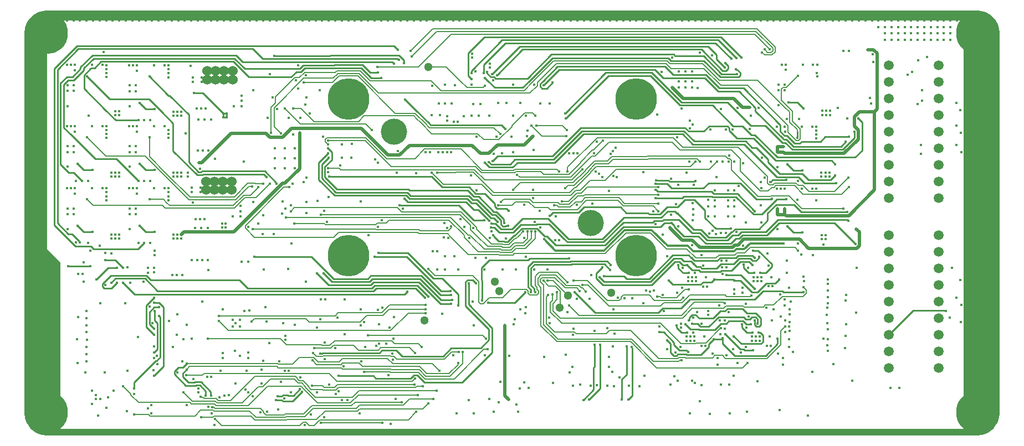
<source format=gbr>
G04*
G04 #@! TF.GenerationSoftware,Altium Limited,Altium Designer,24.9.1 (31)*
G04*
G04 Layer_Physical_Order=3*
G04 Layer_Color=3707366*
%FSLAX44Y44*%
%MOMM*%
G71*
G04*
G04 #@! TF.SameCoordinates,11843470-2C0B-4DC8-9AB9-1888B6BF92CD*
G04*
G04*
G04 #@! TF.FilePolarity,Positive*
G04*
G01*
G75*
%ADD10C,0.2000*%
%ADD11C,0.2500*%
%ADD12C,0.3000*%
%ADD131C,1.3000*%
%ADD133C,1.5000*%
%ADD134C,1.5240*%
%ADD136C,4.0000*%
%ADD146C,0.5000*%
%ADD147C,0.2800*%
%ADD152C,6.3500*%
%ADD153C,0.4000*%
G36*
X40057Y655000D02*
X40057Y655000D01*
X1460000Y654999D01*
X1462294Y654999D01*
X1466842Y654401D01*
X1471274Y653214D01*
X1475513Y651458D01*
X1479487Y649164D01*
X1483127Y646371D01*
X1486371Y643127D01*
X1489164Y639487D01*
X1491458Y635513D01*
X1493214Y631275D01*
X1494401Y626843D01*
X1495000Y622294D01*
X1495000Y620000D01*
X1495000Y620000D01*
X1494999Y39999D01*
Y37705D01*
X1494400Y33157D01*
X1493213Y28725D01*
X1491457Y24486D01*
X1489163Y20513D01*
X1486370Y16873D01*
X1483126Y13629D01*
X1479486Y10836D01*
X1475513Y8542D01*
X1471274Y6786D01*
X1466843Y5599D01*
X1462294Y5000D01*
X39997D01*
X37703Y5000D01*
X33155Y5599D01*
X28723Y6786D01*
X24485Y8542D01*
X20511Y10836D01*
X16872Y13629D01*
X13628Y16874D01*
X10835Y20513D01*
X8541Y24487D01*
X6786Y28726D01*
X5598Y33157D01*
X5000Y37706D01*
X5000Y40000D01*
Y40000D01*
Y70000D01*
Y110000D01*
Y620000D01*
X5000Y622296D01*
X5599Y626850D01*
X6789Y631286D01*
X8548Y635529D01*
X10847Y639505D01*
X13645Y643147D01*
X16896Y646392D01*
X20542Y649185D01*
X24522Y651477D01*
X28768Y653229D01*
X33206Y654411D01*
X37761Y655004D01*
X40057Y655000D01*
D02*
G37*
%LPC*%
G36*
X40000Y640000D02*
Y290000D01*
X60000Y270000D01*
Y110000D01*
Y70000D01*
Y15157D01*
X1439999Y15157D01*
X1440001Y640000D01*
X40000Y640000D01*
D02*
G37*
%LPD*%
D10*
X756300Y306300D02*
X760000Y310000D01*
X753780Y283000D02*
X830000D01*
X892442D01*
X924192Y314750D01*
X746509Y292700D02*
X753097Y299288D01*
X744852Y296700D02*
X754452Y306300D01*
X753097Y299288D02*
X767412D01*
X754754Y295288D02*
X769069D01*
X770725Y291288D02*
X786000Y306563D01*
X749823Y284700D02*
X756411Y291288D01*
X770725D01*
X754452Y306300D02*
X756300D01*
X748166Y288700D02*
X754754Y295288D01*
X751479Y280700D02*
X753780Y283000D01*
X769069Y295288D02*
X780000Y306220D01*
X767412Y299288D02*
X774000Y305877D01*
X737148Y296700D02*
X744852D01*
X733834Y288700D02*
X748166D01*
X732534Y290000D02*
X733834Y288700D01*
X706796Y310000D02*
X718796Y298000D01*
X696636Y310000D02*
X712636Y294000D01*
X718796Y298000D02*
X735848D01*
X737148Y296700D01*
X732177Y284700D02*
X749823D01*
X655524Y310000D02*
X683524Y282000D01*
X687524Y310000D02*
X707524Y290000D01*
X730877Y286000D02*
X732177Y284700D01*
X683524Y282000D02*
X729221D01*
X712636Y294000D02*
X734191D01*
X735491Y292700D02*
X746509D01*
X707524Y290000D02*
X732534D01*
X734191Y294000D02*
X735491Y292700D01*
X730520Y280700D02*
X751479D01*
X677180Y307616D02*
X698796Y286000D01*
X730877D01*
X729221Y282000D02*
X730520Y280700D01*
X858000Y412000D02*
Y412541D01*
X839843Y400500D02*
X871843Y432500D01*
X841566Y395900D02*
X857833Y412167D01*
X871843Y432500D02*
X876864D01*
X761571Y400500D02*
X839843D01*
X488136Y411500D02*
X692580D01*
X708180Y395900D01*
X469000Y414000D02*
X485636D01*
X488136Y411500D01*
X708180Y395900D02*
X841566D01*
X295455Y52867D02*
X297822Y50500D01*
X295455Y47210D02*
X296166Y46500D01*
X294509Y42500D02*
X295455D01*
X348848D01*
X295048Y47617D02*
X295455Y47210D01*
X274561Y43500D02*
X293509D01*
X299479Y54500D02*
X337349D01*
X301136Y58500D02*
X320136D01*
X293509Y43500D02*
X294509Y42500D01*
X297822Y50500D02*
X346843D01*
X296166Y46500D02*
X366084D01*
X298136Y61500D02*
X301136Y58500D01*
X296479Y57500D02*
X299479Y54500D01*
X320136Y58500D02*
X326875Y65239D01*
X366084Y46500D02*
X370322Y42262D01*
X346843Y50500D02*
X361582Y65239D01*
X337349Y54500D02*
X348088Y65239D01*
X348848Y42500D02*
X358848Y32500D01*
X265561Y34500D02*
X274561Y43500D01*
X295455Y57500D02*
X296479D01*
X261500D02*
X295455D01*
X425636Y20000D02*
X431136Y25500D01*
X306000Y20000D02*
X384545D01*
X425636D01*
X296000Y30000D02*
X306000Y20000D01*
X403965Y32500D02*
X404964Y33500D01*
X402308Y36500D02*
X403308Y37500D01*
X431479D02*
X444479Y50500D01*
X384545Y28500D02*
X405621D01*
X434864Y25500D02*
X440364Y20000D01*
X404964Y33500D02*
X433136D01*
X384545Y36500D02*
X402308D01*
X447636Y20000D02*
X456136Y28500D01*
X440364Y20000D02*
X447636D01*
X384545Y32500D02*
X403965D01*
X451479Y29500D02*
X464479Y42500D01*
X405621Y28500D02*
X406621Y29500D01*
X351192Y34500D02*
X357192Y28500D01*
X406621Y29500D02*
X451479D01*
X431136Y25500D02*
X434864D01*
X403308Y37500D02*
X431479D01*
X433136Y33500D02*
X446136Y46500D01*
X370322Y40314D02*
X374136Y36500D01*
X167759Y66877D02*
X179136Y55500D01*
X625000Y257000D02*
X631000Y251000D01*
X248000Y71000D02*
X261500Y57500D01*
X780000Y306220D02*
Y310000D01*
X749770Y478894D02*
X753876Y483000D01*
X221289Y406347D02*
X257756Y369880D01*
X616654Y443018D02*
X672376D01*
X756136Y408500D02*
X794500D01*
X798500Y404500D01*
X696230Y320566D02*
X706796Y310000D01*
X774000Y305877D02*
Y310000D01*
X356286Y308350D02*
X477802D01*
X853364Y401000D02*
X862500Y410136D01*
X760000Y310000D02*
X767000Y317000D01*
X357136Y95500D02*
X418636D01*
X1178500Y500000D02*
Y501103D01*
X754479Y412500D02*
X818429D01*
X1110247Y540700D02*
X1171593Y479354D01*
X604000Y495778D02*
X616777Y483000D01*
X531089Y338750D02*
X655886D01*
X624077Y475700D02*
X722300D01*
X216130Y356847D02*
X220339Y352638D01*
X280136Y61500D02*
X295455D01*
X786000Y306563D02*
Y310000D01*
X532957Y547500D02*
X626864D01*
X348088Y65239D02*
X362349Y79500D01*
X616777Y483000D02*
X624077Y475700D01*
X376843Y80500D02*
X427864D01*
X788358Y251000D02*
X791858Y254500D01*
X601778Y498000D02*
X604000Y495778D01*
X631000Y251000D02*
X632259Y249741D01*
X220339Y352638D02*
X223000D01*
X325774D01*
X600121Y494000D02*
X604000Y490121D01*
X458000Y343000D02*
X670364D01*
X295455Y34500D02*
X351192D01*
X836864Y404500D02*
X855000Y422636D01*
X358848Y32500D02*
X384545D01*
X380864Y91500D02*
X416979D01*
X374136Y36500D02*
X384545D01*
X686500Y320136D02*
X696636Y310000D01*
X294136Y34500D02*
X295455D01*
X611121Y483000D02*
X627621Y466500D01*
X357192Y28500D02*
X384545D01*
X825994Y176500D02*
X977363D01*
X1125246Y548700D02*
X1166011Y507935D01*
X671718Y547000D02*
X681218Y537500D01*
X823451Y184700D02*
X1010445D01*
X1166011Y513592D02*
X1178500Y501103D01*
X817136Y250500D02*
X833136Y234500D01*
X356500Y183500D02*
X435089D01*
X774000Y310000D02*
Y317000D01*
X609589Y318035D02*
X652693D01*
X649718Y569000D02*
X671718Y547000D01*
X223000Y360636D02*
X226998Y356638D01*
X604000Y528700D02*
X777064D01*
X562349Y334500D02*
X653864D01*
X780000Y310000D02*
Y317000D01*
X382000Y507021D02*
X388500Y513521D01*
X217567Y366069D02*
X223000Y360636D01*
X604000Y490121D02*
X611121Y483000D01*
X326875Y65239D02*
X357136Y95500D01*
X753876Y483000D02*
X769676Y498800D01*
X1043066Y566500D02*
X1068866Y540700D01*
X892136Y395500D02*
X909136Y412500D01*
X819500Y254500D02*
X823000Y251000D01*
X302500Y187710D02*
X479712D01*
X173011Y356847D02*
X216130D01*
X316500Y165500D02*
X564864D01*
X285000Y153000D02*
X395736D01*
X686324Y311200D02*
X687524Y310000D01*
X607932Y314035D02*
X651489D01*
X855021Y397000D02*
X866500Y408479D01*
X786000Y310000D02*
Y317000D01*
X355479Y99500D02*
X470419D01*
X820479Y152500D02*
X932521D01*
X677180Y310000D02*
Y311184D01*
X1173946Y500000D02*
X1174500Y499446D01*
X565443Y415900D02*
X693837D01*
X787000Y479000D02*
X827000D01*
X785500Y248142D02*
X788358Y251000D01*
X361582Y65239D02*
X376843Y80500D01*
X961712Y314750D02*
X985963Y290500D01*
X622000Y260000D02*
X625000Y257000D01*
X818822Y148500D02*
X930864D01*
X581636Y347000D02*
X672364D01*
X215632Y406347D02*
X256099Y365880D01*
X1166011Y507935D02*
X1173946Y500000D01*
X677180Y307616D02*
Y310000D01*
X626864Y547500D02*
X627364Y547000D01*
X544000Y569000D02*
X607151D01*
X403000Y505000D02*
X426750Y481250D01*
X627364Y547000D02*
X641664Y532700D01*
X847578Y383900D02*
X870500Y406822D01*
X823000Y251000D02*
X835000Y239000D01*
X815086Y163550D02*
X844864D01*
X546100Y528700D02*
X604000D01*
X690924Y407500D02*
X721924Y376500D01*
X541636Y321000D02*
X543136Y319500D01*
X656617Y321960D02*
Y324617D01*
X543136Y319500D02*
X608124D01*
X417000Y329000D02*
X463636D01*
X542136Y327500D02*
X544386Y329750D01*
X354000Y321000D02*
X541636D01*
X463636Y329000D02*
X465136Y327500D01*
X652693Y318035D02*
X656617Y321960D01*
X653864Y334500D02*
X677180Y311184D01*
X1174500Y484063D02*
Y499446D01*
X386500Y505864D02*
X432136Y551500D01*
X425136Y552500D02*
X433136Y560500D01*
X991148Y573700D02*
X1041523D01*
X418136Y552500D02*
X425136D01*
X627621Y466500D02*
X697864D01*
X416000Y505000D02*
X427636D01*
X749770Y477406D02*
Y478894D01*
X427636Y505000D02*
X447386Y485250D01*
X524240Y494000D02*
X600121D01*
X924192Y314750D02*
X961712D01*
X484952Y315500D02*
X606468D01*
X1105381Y284100D02*
X1113781Y292500D01*
X875822Y424500D02*
X895529D01*
X843222Y391900D02*
X852322Y401000D01*
X853979Y397000D02*
X855021D01*
X957719Y427500D02*
X958719Y428500D01*
X844879Y387900D02*
X853979Y397000D01*
X958719Y428500D02*
X1032500D01*
X805000Y219459D02*
Y220000D01*
X931619Y165500D02*
X974419Y122700D01*
X1003351D01*
X802500Y216959D02*
X805000Y219459D01*
X977363Y176500D02*
X1008363Y145500D01*
X1068636Y169000D02*
X1069000D01*
X808500Y207962D02*
X812000Y211462D01*
X433859Y73464D02*
X452822Y54500D01*
X370322Y40314D02*
Y42262D01*
X446021Y131000D02*
X451521Y125500D01*
X515390Y135500D02*
X545594D01*
X489136Y113500D02*
X491136Y115500D01*
X620036Y99500D02*
X653765D01*
X451500Y113500D02*
X489136D01*
X653765Y99500D02*
X667635Y113370D01*
X453864Y117500D02*
X485664D01*
X490864Y122700D01*
X609036Y110500D02*
X620036Y99500D01*
X563936Y126700D02*
X565136Y125500D01*
X462086Y126700D02*
X563936D01*
X483622Y83000D02*
X601000D01*
X274000Y64000D02*
X274383Y63617D01*
X278019D02*
X280136Y61500D01*
X479122Y78500D02*
X483622Y83000D01*
X480779Y74500D02*
X484779Y78500D01*
X461425Y74500D02*
X480779D01*
X438500Y80136D02*
X443136Y75500D01*
X444000Y81000D02*
X460582D01*
X568136Y114500D02*
X628500D01*
X414593Y114000D02*
X425093Y124500D01*
X446864D01*
X672364Y347000D02*
X696230Y323134D01*
X575136Y353500D02*
X581636Y347000D01*
X253000Y115000D02*
X391822D01*
X392822Y114000D01*
X257500Y110500D02*
X390665D01*
X392822Y114000D02*
X414593D01*
X355381Y99402D02*
X355479Y99500D01*
X618379Y95500D02*
X655422D01*
X608579Y105300D02*
X618379Y95500D01*
X566022Y105300D02*
X608579D01*
X661652Y91500D02*
X707152Y137000D01*
X616722Y91500D02*
X661652D01*
X435089Y183500D02*
X440089Y178500D01*
X528136Y188500D02*
X552521D01*
X518136Y178500D02*
X528136Y188500D01*
X352500Y179500D02*
X356500Y183500D01*
X606969Y145031D02*
X612000Y140000D01*
X471606Y142500D02*
X478786Y149680D01*
X395736Y153000D02*
X405236Y143500D01*
X570605Y145031D02*
X606969D01*
X478786Y149680D02*
X565956D01*
X570605Y145031D01*
X549394Y139300D02*
X593700D01*
X458938Y143500D02*
X459938Y142500D01*
X477724Y142962D02*
X507929D01*
X448000Y139000D02*
X457781D01*
X1093464Y284100D02*
X1105381D01*
X1182500Y292500D02*
X1187000Y288000D01*
X480042Y560500D02*
X482292Y562750D01*
X388500Y522864D02*
X418136Y552500D01*
X516051Y558750D02*
X546100Y528700D01*
X992691Y566500D02*
X1043066D01*
X985241Y573950D02*
X992691Y566500D01*
X986898Y577950D02*
X991148Y573700D01*
X817798Y573950D02*
X985241D01*
X813586Y577950D02*
X986898D01*
X758000Y404000D02*
X758071D01*
X1010954Y445682D02*
X1095682D01*
X880175Y460539D02*
X996097D01*
X835000Y415364D02*
X880175Y460539D01*
X897864Y453500D02*
X994779D01*
X1006597Y441682D02*
X1085339D01*
X996097Y460539D02*
X1010954Y445682D01*
X1082864Y428500D02*
X1085500Y425864D01*
X994779Y453500D02*
X1006597Y441682D01*
X1080136Y428500D02*
X1082864D01*
X1085500Y411022D02*
Y425864D01*
X852322Y401000D02*
X853364D01*
X1098500Y409336D02*
Y428521D01*
X1074459Y207000D02*
X1075000D01*
X837000Y204000D02*
X852300Y188700D01*
X976848Y203000D02*
X981648Y207800D01*
X866343Y235000D02*
X898343Y203000D01*
X1022201Y219800D02*
X1075750D01*
X1115459Y219000D02*
X1116000D01*
X1078050Y217500D02*
X1113959D01*
X966321Y118700D02*
X1005008D01*
X857500Y230500D02*
X863000Y225000D01*
X932521Y152500D02*
X966321Y118700D01*
X831479Y230500D02*
X848703D01*
X1102500Y108500D02*
X1110000Y116000D01*
X789500Y235754D02*
X794500Y230754D01*
X794479Y250500D02*
X817136D01*
X707152Y137000D02*
X713000D01*
X563666Y102000D02*
X564366Y101300D01*
X514136Y42500D02*
X517136Y45500D01*
X446136Y46500D02*
X512479D01*
X593364Y61000D02*
X630000D01*
X517479Y51500D02*
X583864D01*
X517136Y45500D02*
X613500D01*
X591500Y28500D02*
X604000Y41000D01*
X173000Y37000D02*
X194636D01*
X456136Y28500D02*
X591500D01*
X613500Y45500D02*
X622000Y54000D01*
X482219Y87700D02*
X597700D01*
X362349Y79500D02*
X368864D01*
X423479Y85000D02*
X429021D01*
X167759Y66877D02*
Y68241D01*
X427864Y80500D02*
X430500Y77864D01*
X440089Y178500D02*
X518136D01*
X552521Y188500D02*
X562021Y198000D01*
X618000D01*
X563364Y205000D02*
X618000D01*
X479712Y187710D02*
X484502Y192500D01*
X279054Y99500D02*
X303066D01*
X276554Y97000D02*
X279054Y99500D01*
X303066D02*
X303164Y99402D01*
X392665Y108500D02*
X489136D01*
X628500Y114500D02*
X639000Y104000D01*
X655422Y95500D02*
X675000Y115078D01*
X564822Y106500D02*
X566022Y105300D01*
X545594Y135500D02*
X549394Y139300D01*
X457781Y139000D02*
X458281Y138500D01*
X593700Y139300D02*
X602000Y131000D01*
X458281Y138500D02*
X473263D01*
X477724Y142962D01*
X565136Y125500D02*
X569864D01*
X646700Y121700D02*
X658000Y133000D01*
X460886Y125500D02*
X462086Y126700D01*
X573664Y121700D02*
X646700D01*
X569864Y125500D02*
X573664Y121700D01*
X342500Y325864D02*
X401636Y385000D01*
X410000D01*
X985963Y290500D02*
X1016864D01*
X357739Y390500D02*
X358239Y390000D01*
X256099Y365880D02*
X327556D01*
X369842Y390000D02*
X370072Y390230D01*
X347676Y386000D02*
X353000D01*
X358239Y390000D02*
X369842D01*
X325899Y369880D02*
X346519Y390500D01*
X324117Y356638D02*
X340038Y372559D01*
X226998Y356638D02*
X324117D01*
X275000Y33000D02*
X292636D01*
X583864Y51500D02*
X593364Y61000D01*
X433136Y560500D02*
X480042D01*
X788700Y544852D02*
X790848Y547000D01*
X1185851Y469241D02*
Y472712D01*
X782636Y547000D02*
X813586Y577950D01*
X1161739Y517864D02*
X1166011Y513592D01*
X768336Y532700D02*
X782636Y547000D01*
X790848D02*
X817798Y573950D01*
X1178500Y485720D02*
Y500000D01*
Y485720D02*
X1190351Y473868D01*
X1151421Y391153D02*
X1183483D01*
X1194826Y374153D02*
X1214761D01*
X1194738Y374241D02*
X1194826Y374153D01*
X1181826Y387153D02*
X1194738Y374241D01*
X1193220Y352000D02*
X1214761D01*
X1164771Y371500D02*
X1173720D01*
X1085500Y411022D02*
X1125822Y370700D01*
X1095682Y445682D02*
X1140500Y400864D01*
X1203805Y378153D02*
X1243153D01*
X1098500Y409336D02*
X1129136Y378700D01*
X1214761Y374153D02*
X1254153D01*
X1153077Y387153D02*
X1181826D01*
X835000Y409000D02*
Y415364D01*
X1146822Y384500D02*
X1150425D01*
X1085339Y441682D02*
X1098500Y428521D01*
X1194805Y387153D02*
X1203805Y378153D01*
X1140500Y391136D02*
X1143136Y388500D01*
X762900Y391900D02*
X843222D01*
X862500Y411178D02*
X875822Y424500D01*
X1145136Y371500D02*
X1164771D01*
X1144336Y370700D02*
X1145136Y371500D01*
X1129136Y378700D02*
X1141022D01*
X1143136Y388500D02*
X1148768D01*
X342500Y322136D02*
Y325864D01*
X1016864Y290500D02*
X1030864Y276500D01*
X1090464Y281100D02*
X1093464Y284100D01*
X342500Y322136D02*
X356286Y308350D01*
X1113781Y292500D02*
X1182500D01*
X1030864Y276500D02*
X1061772D01*
X477802Y308350D02*
X484952Y315500D01*
X1061772Y276500D02*
X1066372Y281100D01*
X606468Y315500D02*
X607932Y314035D01*
X1066372Y281100D02*
X1090464D01*
X516000Y73000D02*
X635000D01*
X602864Y78500D02*
X604364Y80000D01*
X506500Y63500D02*
X516000Y73000D01*
X274383Y63617D02*
X278019D01*
X368864Y79500D02*
X380864Y91500D01*
X325774Y352638D02*
X341694Y368559D01*
X340038Y372559D02*
X350183D01*
X363017Y385392D01*
X327556Y365880D02*
X347676Y386000D01*
X341694Y368559D02*
X358559D01*
X380000Y390000D01*
X129000Y356847D02*
X173011D01*
X110153D02*
X129000D01*
X173011Y432500D02*
X189479D01*
X129500D02*
X173011D01*
X129011Y432990D02*
X129500Y432500D01*
X189479D02*
X215632Y406347D01*
X195931Y431705D02*
Y461069D01*
Y431705D02*
X221289Y406347D01*
X1007837Y211800D02*
X1012012Y215975D01*
X796000Y463000D02*
X833000D01*
X818429Y412500D02*
X821929Y409000D01*
X464500Y454136D02*
X468636Y450000D01*
X525343Y456000D02*
X565443Y415900D01*
X855000Y423364D02*
X873136Y441500D01*
X464500Y457864D02*
X467136Y460500D01*
X464500Y454136D02*
Y457864D01*
X1171593Y468616D02*
X1183987Y456222D01*
X1171593Y469241D02*
Y479354D01*
X432136Y551500D02*
X476699D01*
X1190351Y469241D02*
Y473868D01*
X482292Y562750D02*
X517707D01*
X1161739Y517864D02*
Y534623D01*
X1164375Y537259D01*
X777064Y528700D02*
X788700Y540336D01*
X483949Y558750D02*
X516051D01*
X388500Y513521D02*
Y522864D01*
X386500Y477659D02*
X396894Y467265D01*
X1187715Y456222D02*
X1190351Y458858D01*
X517707Y562750D02*
X532957Y547500D01*
X1164375Y537259D02*
X1166011D01*
X788700Y540336D02*
Y544852D01*
X476699Y551500D02*
X483949Y558750D01*
X1171593Y468616D02*
Y469241D01*
X1183987Y456222D02*
X1187715D01*
X1174500Y484063D02*
X1185851Y472712D01*
X1190351Y458858D02*
Y469241D01*
X1068866Y540700D02*
X1110247D01*
X382000Y467879D02*
Y507021D01*
X1066523Y548700D02*
X1125246D01*
X386500Y477659D02*
Y505864D01*
X651489Y314035D02*
X655524Y310000D01*
X100931Y461069D02*
X129011Y432990D01*
X346519Y390500D02*
X357739D01*
X257756Y369880D02*
X325899D01*
X1139351Y122700D02*
X1160500Y143849D01*
X970864Y108500D02*
X1102500D01*
X789500Y245521D02*
X794479Y250500D01*
X893864Y160500D02*
X898864Y165500D01*
X1071636Y127500D02*
X1076435Y122700D01*
X1139351D01*
X847914Y160500D02*
X893864D01*
X1014965Y123700D02*
X1056563D01*
X1160500Y143849D02*
Y165001D01*
X802500Y176136D02*
X815086Y163550D01*
X1005151Y124500D02*
X1014165D01*
X898864Y165500D02*
X931619D01*
X1014165Y124500D02*
X1014965Y123700D01*
X802500Y176136D02*
Y216959D01*
X1056563Y123700D02*
X1060363Y127500D01*
X1071636D01*
X1005008Y118700D02*
X1005925Y119617D01*
X1003351Y122700D02*
X1005151Y124500D01*
X1005925Y119617D02*
X1008617D01*
X1009000Y120000D01*
X808500Y193994D02*
X825994Y176500D01*
X1010201Y207800D02*
X1022201Y219800D01*
X1149864Y204500D02*
X1162864Y217500D01*
X1199500Y222136D02*
Y227500D01*
X1194864Y217500D02*
X1199500Y222136D01*
X1134136Y201500D02*
X1137136Y204500D01*
X1077272Y203000D02*
X1103636D01*
X591364Y192000D02*
X618000D01*
X302000Y180000D02*
X316500Y165500D01*
X253000Y106000D02*
X257500Y110500D01*
X292636Y33000D02*
X294136Y34500D01*
X194636Y37000D02*
X197136Y34500D01*
X464479Y42500D02*
X514136D01*
X850679Y371700D02*
X859564D01*
X920333Y356000D02*
X966000D01*
X808469Y350500D02*
X849677D01*
X837479Y358500D02*
X850679Y371700D01*
X777136Y366500D02*
X782136Y361500D01*
X1031363Y146500D02*
X1046136D01*
X1030363Y145500D02*
X1031363Y146500D01*
X812000Y211462D02*
Y221000D01*
X452822Y54500D02*
X503157D01*
X564864Y165500D02*
X591364Y192000D01*
X655886Y338750D02*
X683436Y311200D01*
X417500Y353500D02*
X575136D01*
X544386Y329750D02*
X557599D01*
X465136Y327500D02*
X542136D01*
X451521Y125500D02*
X460886D01*
X405236Y143500D02*
X458938D01*
X507929Y142962D02*
X515390Y135500D01*
X503157Y54500D02*
X515657Y67000D01*
X257843Y55500D02*
X259843Y53500D01*
X504814Y50500D02*
X510314Y56000D01*
X433859Y73464D02*
Y73464D01*
X292383Y47617D02*
X295048D01*
X292000Y48000D02*
X292383Y47617D01*
X294822Y53500D02*
X295455Y52867D01*
Y61500D02*
X298136D01*
X425136Y89000D02*
X430678D01*
X259843Y53500D02*
X294822D01*
X697864Y466500D02*
X706864Y457500D01*
X447386Y485250D02*
X515490D01*
X1132000Y591000D02*
X1136000Y587000D01*
X1120500Y619000D02*
X1144000Y595500D01*
X1147521Y587000D02*
X1152500Y591979D01*
X1136000Y587000D02*
X1147521D01*
X1145864Y591000D02*
X1148500Y593636D01*
X1140500Y591000D02*
X1145864D01*
X1136000Y595500D02*
X1140500Y591000D01*
X1168879Y537259D02*
X1187101Y555481D01*
X1166011Y537259D02*
X1168879D01*
X195931Y366069D02*
X217567D01*
X100931D02*
X110153Y356847D01*
X1173720Y371500D02*
X1193220Y352000D01*
X1254153Y374153D02*
X1265000Y385000D01*
X156000Y80000D02*
X167759Y68241D01*
X444479Y50500D02*
X504814D01*
X512479Y46500D02*
X517479Y51500D01*
X197136Y34500D02*
X265561D01*
X510314Y56000D02*
X582000D01*
X484779Y78500D02*
X602864D01*
X460425Y75500D02*
X461425Y74500D01*
X449479Y63500D02*
X506500D01*
X490864Y122700D02*
X559936D01*
X632259Y249741D02*
X689623D01*
X702136Y206500D02*
X706136D01*
X715136Y215500D02*
X735349D01*
X699500Y209136D02*
X702136Y206500D01*
X787864Y219500D02*
X790500Y222136D01*
X699500Y209136D02*
Y239864D01*
X706136Y206500D02*
X715136Y215500D01*
X426750Y481250D02*
X526750D01*
X670364Y343000D02*
X686500Y326864D01*
X708459Y540000D02*
X709000D01*
X681218Y537500D02*
X705959D01*
X769676Y498800D02*
X781200D01*
X515490Y485250D02*
X524240Y494000D01*
X729864Y457500D02*
X749770Y477406D01*
X706864Y457500D02*
X729864D01*
X526750Y481250D02*
X536000Y472000D01*
X571144Y498000D02*
X601778D01*
X781200Y498800D02*
X786000Y494000D01*
X607151Y569000D02*
X657151Y619000D01*
X1120500D01*
X913864Y211000D02*
X917000Y214136D01*
X865000Y242000D02*
X896000Y211000D01*
X981648Y207800D02*
X1010201D01*
X812500Y195651D02*
Y206305D01*
X774500Y222136D02*
X777136Y219500D01*
X787864D01*
X860864Y373000D02*
X974000D01*
X849677Y350500D02*
X863677Y364500D01*
X805469Y353500D02*
X808469Y350500D01*
X847136Y362500D02*
X856021D01*
X863677Y364500D02*
X911833D01*
X856021Y362500D02*
X862020Y368500D01*
X820068Y361500D02*
X823068Y358500D01*
X784479Y353500D02*
X805469D01*
X733000Y362000D02*
X737500Y366500D01*
X913490Y368500D02*
X921990Y360000D01*
X729000Y357000D02*
X749760D01*
X775479Y362500D02*
X784479Y353500D01*
X755260Y362500D02*
X775479D01*
X911833Y364500D02*
X920333Y356000D01*
X862020Y368500D02*
X913490D01*
X821411Y354500D02*
X839136D01*
X921990Y360000D02*
X974000D01*
X864896Y385000D02*
X974000D01*
X849023Y375700D02*
X855596D01*
X737500Y366500D02*
X777136D01*
X859564Y371700D02*
X860864Y373000D01*
X839136Y354500D02*
X847136Y362500D01*
X814000Y357000D02*
X814089Y356911D01*
X819000D02*
X821411Y354500D01*
X814089Y356911D02*
X819000D01*
X1148768Y388500D02*
X1151421Y391153D01*
X876864Y432500D02*
X897864Y453500D01*
X1140500Y391136D02*
Y400864D01*
X1010445Y184700D02*
X1025246Y199500D01*
X1103636Y203000D02*
X1105136Y201500D01*
X1162864Y217500D02*
X1194864D01*
X819000Y212805D02*
Y224000D01*
X844000Y242000D02*
X865000D01*
X978136Y215800D02*
X1001163D01*
X1013813Y228449D02*
X1019793D01*
X597000Y585000D02*
X635000Y623000D01*
X595000Y593000D02*
X629000Y627000D01*
X1148500Y593636D02*
Y597364D01*
X1122864Y623000D02*
X1148500Y597364D01*
X705959Y537500D02*
X708459Y540000D01*
X514394Y554750D02*
X571144Y498000D01*
X485606Y554750D02*
X514394D01*
X475856Y545000D02*
X485606Y554750D01*
X432000Y545000D02*
X475856D01*
X641664Y532700D02*
X768336D01*
X635000Y623000D02*
X1122864D01*
X1152500Y591979D02*
Y599021D01*
X1124521Y627000D02*
X1152500Y599021D01*
X1041523Y573700D02*
X1066523Y548700D01*
X622000Y569000D02*
X649718D01*
X629000Y627000D02*
X1124521D01*
X827000Y479000D02*
X834000Y472000D01*
X780000Y479000D02*
X796000Y463000D01*
X1051500Y412500D02*
X1063000Y424000D01*
X869739Y395500D02*
X892136D01*
X898343Y203000D02*
X976848D01*
X1046136Y146500D02*
X1068636Y169000D01*
X808500Y193994D02*
Y207962D01*
X782136Y361500D02*
X820068D01*
X836322Y363000D02*
X849023Y375700D01*
X855596D02*
X864896Y385000D01*
X390665Y110500D02*
X392665Y108500D01*
X489136D02*
X491136Y106500D01*
X559936Y122700D02*
X568136Y114500D01*
X446864Y124500D02*
X453864Y117500D01*
X604364Y80000D02*
X614000D01*
X179136Y55500D02*
X257843D01*
X446000Y131000D02*
X446021D01*
X252000Y97000D02*
X276554D01*
X430500Y76823D02*
Y77864D01*
Y76823D02*
X433859Y73464D01*
X429021Y85000D02*
X434500Y79521D01*
X418636Y95500D02*
X425136Y89000D01*
X434500Y78479D02*
Y79521D01*
Y78479D02*
X449479Y63500D01*
X438500Y80136D02*
Y81178D01*
X430678Y89000D02*
X438500Y81178D01*
X303164Y99402D02*
X355381D01*
X597700Y87700D02*
X602000Y92000D01*
X463082Y78500D02*
X479122D01*
X460582Y81000D02*
X463082Y78500D01*
X606923Y101300D02*
X616722Y91500D01*
X491136Y115500D02*
X516336D01*
X491136Y106500D02*
X564822D01*
X521336Y110500D02*
X609036D01*
X524000Y102000D02*
X563666D01*
X675000Y115078D02*
Y133000D01*
X564366Y101300D02*
X606923D01*
X658000Y133000D02*
X669000D01*
X530000Y158000D02*
X705000D01*
X710000Y153000D01*
X771864Y228500D02*
X774500Y225864D01*
X748349Y228500D02*
X771864D01*
X789500Y235754D02*
Y245521D01*
X689623Y249741D02*
X699500Y239864D01*
X785500Y234097D02*
X788100Y231497D01*
X798500Y174479D02*
Y235136D01*
Y174479D02*
X820479Y152500D01*
X788100Y228264D02*
Y231497D01*
Y228264D02*
X790500Y225864D01*
X793500Y243864D02*
X796136Y246500D01*
X774500Y222136D02*
Y225864D01*
X735349Y215500D02*
X748349Y228500D01*
X794500Y172822D02*
X818822Y148500D01*
X516336Y115500D02*
X521336Y110500D01*
X445000Y120000D02*
X451500Y113500D01*
X416979Y91500D02*
X423479Y85000D01*
X959866Y219500D02*
X967566Y211800D01*
X896000Y211000D02*
X913864D01*
X972000Y217000D02*
X972064Y216936D01*
X977000D01*
X1001163Y215800D02*
X1013813Y228449D01*
X977000Y216936D02*
X978136Y215800D01*
X917000Y216364D02*
X920136Y219500D01*
X812500Y195651D02*
X823451Y184700D01*
X1025246Y199500D02*
X1073772D01*
X1028589Y208500D02*
X1072959D01*
X812500Y206305D02*
X819000Y212805D01*
X852136Y234500D02*
X856136Y230500D01*
X848703D02*
X853000Y226203D01*
X793500Y240136D02*
X798500Y235136D01*
X1160500Y165001D02*
X1167499Y172000D01*
X785500Y234097D02*
Y248142D01*
X790500Y222136D02*
Y225864D01*
X930864Y148500D02*
X970864Y108500D01*
X833136Y234500D02*
X852136D01*
X791858Y254500D02*
X819500D01*
X796136Y246500D02*
X815479D01*
X831479Y230500D01*
X793500Y240136D02*
Y243864D01*
X794500Y172822D02*
Y230754D01*
X856136Y230500D02*
X857500D01*
X813021Y242000D02*
X836000Y219021D01*
X815850Y233514D02*
X823500Y225864D01*
X798000Y241636D02*
X806122Y233514D01*
X804000Y242000D02*
X813021D01*
X806122Y233514D02*
X815850D01*
X798000Y241636D02*
Y242000D01*
X967566Y211800D02*
X1007837D01*
X1113959Y217500D02*
X1115459Y219000D01*
X858000Y235000D02*
X866343D01*
X917000Y214136D02*
Y216364D01*
X920136Y219500D02*
X959866D01*
X1008789Y188700D02*
X1028589Y208500D01*
X1072959D02*
X1074459Y207000D01*
X1075750Y219800D02*
X1078050Y217500D01*
X1105136Y201500D02*
X1134136D01*
X1137136Y204500D02*
X1149864D01*
X852300Y188700D02*
X1008789D01*
X627000Y407000D02*
X645000Y389000D01*
X703767D02*
X720267Y372500D01*
X645000Y389000D02*
X703767D01*
X749760Y357000D02*
X755260Y362500D01*
X966000Y356000D02*
X974000Y348000D01*
X823068Y358500D02*
X837479D01*
X696230Y320566D02*
Y323134D01*
X656617Y324617D02*
X657000Y325000D01*
X608124Y319500D02*
X609589Y318035D01*
X405000Y338000D02*
X530339D01*
X1183483Y391153D02*
X1187483Y387153D01*
X1150425Y384500D02*
X1153077Y387153D01*
X721924Y376500D02*
X838509D01*
X845909Y383900D01*
X636000Y407000D02*
X663482D01*
X870500Y406822D02*
Y407864D01*
X1076136Y432500D02*
X1080136Y428500D01*
X862500Y410136D02*
Y411178D01*
X897186Y420500D02*
X904186Y427500D01*
X866500Y408479D02*
Y409521D01*
X877479Y420500D01*
X904186Y427500D02*
X957719D01*
X1141022Y378700D02*
X1146822Y384500D01*
X956062Y431500D02*
X957062Y432500D01*
X826000Y363000D02*
X836322D01*
X909136Y412500D02*
X1051500D01*
X853939Y379700D02*
X869739Y395500D01*
X840166Y372500D02*
X847366Y379700D01*
X853939D01*
X720267Y372500D02*
X840166D01*
X877479Y420500D02*
X897186D01*
X469000Y456000D02*
X525343D01*
X874458Y441500D02*
X888997Y456039D01*
X798500Y404500D02*
X836864D01*
X831000Y383000D02*
X835900Y387900D01*
X1032500Y428500D02*
X1037000Y424000D01*
X957062Y432500D02*
X1076136D01*
X835900Y387900D02*
X844879D01*
X902530Y431500D02*
X956062D01*
X1022500Y416500D02*
X1030000Y424000D01*
X752000Y381000D02*
X762900Y391900D01*
X663482Y407000D02*
X663982Y407500D01*
X879136Y416500D02*
X1022500D01*
X758071Y404000D02*
X761571Y400500D01*
X754286Y406650D02*
X756136Y408500D01*
X895529Y424500D02*
X902530Y431500D01*
X663982Y407500D02*
X690924D01*
X845909Y383900D02*
X847578D01*
X855000Y422636D02*
Y423364D01*
X1125822Y370700D02*
X1144336D01*
X870500Y407864D02*
X879136Y416500D01*
X1187483Y387153D02*
X1194805D01*
X686500Y320136D02*
Y326864D01*
X412000Y348000D02*
X417500Y353500D01*
X683436Y311200D02*
X686324D01*
X823000Y200000D02*
X823500Y200500D01*
X443136Y75500D02*
X460425D01*
X1008363Y145500D02*
X1030363D01*
X557599Y329750D02*
X562349Y334500D01*
X530339Y338000D02*
X531089Y338750D01*
X722300Y475700D02*
X732000Y466000D01*
X1214761Y352000D02*
X1256240D01*
X1243153Y378153D02*
X1264000Y399000D01*
X515657Y67000D02*
X606000D01*
X470419Y99500D02*
X482219Y87700D01*
X459938Y142500D02*
X471606D01*
X484502Y192500D02*
X550864D01*
X563364Y205000D01*
X672376Y443018D02*
X704744Y410650D01*
X526500Y460500D02*
X558500Y428500D01*
X752629Y410650D02*
X754479Y412500D01*
X558500Y428500D02*
X602136D01*
X467136Y460500D02*
X526500D01*
X821929Y409000D02*
X822000D01*
X704744Y410650D02*
X752629D01*
X602136Y428500D02*
X616654Y443018D01*
X468636Y450000D02*
X469000D01*
X693837Y415900D02*
X703087Y406650D01*
X754286D01*
X873136Y441500D02*
X874458D01*
X458000Y24000D02*
X552000D01*
X823500Y200500D02*
Y225864D01*
X836000Y219000D02*
Y219021D01*
X1195000Y232000D02*
X1199500Y227500D01*
X844864Y163550D02*
X847914Y160500D01*
X1073772Y199500D02*
X1077272Y203000D01*
D11*
X1120250Y253603D02*
X1120251Y253603D01*
X1104000Y266100D02*
X1104287Y265813D01*
X1120499Y174283D02*
X1123532Y171250D01*
X1127467D01*
X1172239Y514759D02*
X1185823D01*
X1195170Y505412D01*
X1185851Y460722D02*
Y469241D01*
X1095224Y279850D02*
X1117744D01*
X1120594Y277000D01*
X1024251D02*
X1029001Y272250D01*
X1112481Y270850D02*
X1117501Y265831D01*
X1024979Y258253D02*
X1030383D01*
X1117445Y272250D02*
X1122968D01*
X1114345Y275350D02*
X1117445Y272250D01*
X1029001D02*
X1063533D01*
X1038168Y255750D02*
X1068532D01*
X1120594Y277000D02*
X1121000D01*
X1101876Y198750D02*
X1108876Y191750D01*
X1097088Y275350D02*
X1114345D01*
X1069532Y267250D02*
X1088988D01*
X1035666Y167252D02*
X1036169Y166750D01*
X1035666Y258253D02*
X1038168Y255750D01*
X1028000Y267000D02*
X1028000D01*
X1037530Y262752D02*
X1040033Y260250D01*
X1028000Y267000D02*
X1032247Y262752D01*
X1037530D01*
X1015000Y174730D02*
X1022478Y167252D01*
X1122830Y191750D02*
X1130249Y184331D01*
X1025033Y189750D02*
X1030520D01*
X129000Y273000D02*
X144250D01*
X155750Y261500D01*
X1025499Y176000D02*
X1033282D01*
X1080967Y179750D02*
X1103467D01*
X1088988Y267250D02*
X1097088Y275350D01*
X1017501Y265730D02*
X1024979Y258253D01*
X1060033Y166750D02*
X1069533Y176250D01*
X1116967Y185750D02*
X1122467D01*
X1127713Y276996D02*
Y277713D01*
X1033282Y176000D02*
X1038033Y171250D01*
X1127713Y277713D02*
X1128000Y278000D01*
X1022478Y167252D02*
X1035666D01*
X1170989Y420000D02*
X1180336Y410653D01*
X1193920D01*
X86069Y325347D02*
X95416Y316000D01*
X109000D01*
X190416D02*
X204000D01*
X181069Y325347D02*
X190416Y316000D01*
X204000Y504000D02*
X204000Y504000D01*
X181069Y513348D02*
X190417Y504000D01*
X204000D01*
X190416Y411000D02*
X204000D01*
X181069Y420347D02*
X190416Y411000D01*
X86069Y420347D02*
X95416Y411000D01*
X109000D01*
X1068133Y276850D02*
X1092224D01*
X1065532Y185750D02*
X1103831D01*
X1040033Y260250D02*
X1062533D01*
X1069532Y267250D01*
X1068668Y195250D02*
X1075533D01*
X1030520Y189750D02*
X1036020Y184250D01*
X1057668D01*
X1180347Y315653D02*
X1193931D01*
X1171000Y325000D02*
X1180347Y315653D01*
X1125499Y176101D02*
Y182717D01*
X1079033Y198750D02*
X1101876D01*
X1063533Y272250D02*
X1068133Y276850D01*
X1120499Y174283D02*
Y181100D01*
X1030384Y258253D02*
X1035666D01*
X1113467Y182250D02*
X1116967Y185750D01*
X1038033Y171250D02*
X1051032D01*
X1107331Y182250D02*
X1113467D01*
X1122467Y185750D02*
X1125499Y182717D01*
X1127467Y171250D02*
X1130249Y174032D01*
X1068532Y255750D02*
X1070033Y257250D01*
X1057668Y184250D02*
X1068668Y195250D01*
X1092224Y276850D02*
X1095224Y279850D01*
X1036169Y166750D02*
X1060033D01*
X1077467Y176250D02*
X1080967Y179750D01*
X1098952Y270850D02*
X1112481D01*
X1009279Y162502D02*
X1017750D01*
X1001499Y173000D02*
X1001786Y172713D01*
Y169996D02*
X1009279Y162502D01*
X1001786Y169996D02*
Y172713D01*
X1020786Y185504D02*
X1025033Y189750D01*
X1070033Y257250D02*
X1085352D01*
X1130249Y174032D02*
Y184331D01*
X1030383Y258253D02*
X1030384Y258253D01*
X1017501Y265730D02*
X1017501D01*
X1108467Y174750D02*
X1114919D01*
X1075533Y195250D02*
X1079033Y198750D01*
X1108876Y191750D02*
X1122830D01*
X1051032Y171250D02*
X1065532Y185750D01*
X1101499Y175000D02*
X1101786Y174713D01*
Y169995D02*
Y174713D01*
X1109279Y162502D02*
X1117750D01*
X1101786Y169995D02*
X1109279Y162502D01*
X1111780Y253603D02*
X1120250D01*
X1104287Y261096D02*
Y265813D01*
Y261096D02*
X1111780Y253603D01*
X1024000Y277000D02*
X1024251D01*
X1103831Y185750D02*
X1107331Y182250D01*
X1122968Y272250D02*
X1127713Y276996D01*
X1103467Y179750D02*
X1108467Y174750D01*
X1069533Y176250D02*
X1077467D01*
X1085352Y257250D02*
X1098952Y270850D01*
X1020499Y181000D02*
X1020786Y181287D01*
Y185504D01*
D12*
X830000Y287500D02*
X890578D01*
X922328Y319250D01*
X816500Y287500D02*
X830000D01*
X799000Y305000D02*
X816500Y287500D01*
X963576Y319250D02*
X987827Y295000D01*
X1093077Y290077D02*
X1104994D01*
X1113917Y299000D02*
X1165000D01*
X1104994Y290077D02*
X1113917Y299000D01*
X987827Y295000D02*
X1018728D01*
X922328Y319250D02*
X963576D01*
X1018728Y295000D02*
X1027128Y286600D01*
X1089600D02*
X1093077Y290077D01*
X1027128Y286600D02*
X1089600D01*
D131*
X622000Y569000D02*
D03*
X616000Y181000D02*
D03*
X823000Y200000D02*
D03*
X902000Y223000D02*
D03*
X836000Y219000D02*
D03*
X731000Y226000D02*
D03*
X724000Y240000D02*
D03*
D133*
X1402100Y368400D02*
D03*
Y393800D02*
D03*
X1325900Y368400D02*
D03*
Y393800D02*
D03*
X1402100Y419200D02*
D03*
X1325900D02*
D03*
X1402100Y470000D02*
D03*
Y444600D02*
D03*
Y520800D02*
D03*
X1325900Y571600D02*
D03*
X1402100D02*
D03*
Y546200D02*
D03*
X1325900Y495400D02*
D03*
Y470000D02*
D03*
Y444600D02*
D03*
Y546200D02*
D03*
X1402100Y495400D02*
D03*
X1325900Y520800D02*
D03*
Y286200D02*
D03*
Y184600D02*
D03*
Y210000D02*
D03*
Y235400D02*
D03*
X1402100Y286200D02*
D03*
Y311600D02*
D03*
X1325900D02*
D03*
X1402100Y260800D02*
D03*
X1325900Y159200D02*
D03*
X1402100D02*
D03*
X1325900Y133800D02*
D03*
Y108400D02*
D03*
X1402100Y133800D02*
D03*
Y108400D02*
D03*
Y184600D02*
D03*
Y210000D02*
D03*
Y235400D02*
D03*
X1325900Y260800D02*
D03*
D134*
X323000Y549500D02*
D03*
Y562500D02*
D03*
X284000Y549500D02*
D03*
Y562500D02*
D03*
X297000Y549500D02*
D03*
Y562500D02*
D03*
X310000Y549500D02*
D03*
Y562500D02*
D03*
X308500Y393500D02*
D03*
Y380500D02*
D03*
X295500Y393500D02*
D03*
Y380500D02*
D03*
X282500Y393500D02*
D03*
Y380500D02*
D03*
X321500Y393500D02*
D03*
Y380500D02*
D03*
X17140Y620000D02*
D03*
X23836Y603835D02*
D03*
X40000Y597140D02*
D03*
X23836Y636165D02*
D03*
X40000Y642860D02*
D03*
X56164Y603835D02*
D03*
Y636165D02*
D03*
X62860Y620000D02*
D03*
X1460000Y597140D02*
D03*
X1476164Y603835D02*
D03*
X1443836D02*
D03*
X1482860Y620000D02*
D03*
X1437140D02*
D03*
X1476164Y636165D02*
D03*
X1443836D02*
D03*
X1460000Y642860D02*
D03*
X1443836Y23836D02*
D03*
X1437140Y40000D02*
D03*
X1460000Y17140D02*
D03*
X1476164Y56164D02*
D03*
X1443836D02*
D03*
X1460000Y62860D02*
D03*
X1476164Y23836D02*
D03*
X1482860Y40000D02*
D03*
X23836Y23836D02*
D03*
X40000Y17140D02*
D03*
X17140Y40000D02*
D03*
X56164Y23836D02*
D03*
Y56164D02*
D03*
X62860Y40000D02*
D03*
X23836Y56164D02*
D03*
X40000Y62860D02*
D03*
X483835Y503836D02*
D03*
X500000Y497140D02*
D03*
X516164Y503836D02*
D03*
X477140Y520000D02*
D03*
X522860D02*
D03*
X483835Y536164D02*
D03*
X516164D02*
D03*
X500000Y542860D02*
D03*
X940000Y257140D02*
D03*
X923835Y263836D02*
D03*
X956165D02*
D03*
X917140Y280000D02*
D03*
X923835Y296164D02*
D03*
X962860Y280000D02*
D03*
X940000Y302860D02*
D03*
X956165Y296164D02*
D03*
X483835Y263836D02*
D03*
X500000Y257140D02*
D03*
X516164Y263836D02*
D03*
X477140Y280000D02*
D03*
X522860D02*
D03*
X483835Y296164D02*
D03*
X516164D02*
D03*
X500000Y302860D02*
D03*
X923835Y503836D02*
D03*
X917140Y520000D02*
D03*
X923835Y536164D02*
D03*
X940000Y497140D02*
D03*
X956165Y503836D02*
D03*
Y536164D02*
D03*
X962860Y520000D02*
D03*
X940000Y542860D02*
D03*
D136*
X570000Y470000D02*
D03*
X870000Y330000D02*
D03*
D146*
X324858Y316000D02*
X399358Y390500D01*
X380129Y461265D02*
X399379D01*
X593018Y448518D02*
X689482D01*
X1203424Y291071D02*
X1276556D01*
X245000Y312000D02*
X249000Y316000D01*
X1214750Y436322D02*
X1257596D01*
X1308000Y504000D02*
Y589485D01*
X991000Y322727D02*
X1009727Y304000D01*
X1214761Y341000D02*
X1264485D01*
X1164771Y343000D02*
X1167000D01*
X1166667Y436322D02*
X1214750D01*
X1156000Y343000D02*
X1164771D01*
X1169000Y341000D02*
X1214761D01*
X739000Y66000D02*
X745000Y60000D01*
X739000Y66000D02*
Y173000D01*
X1294000Y595000D02*
X1302485D01*
X1308000Y589485D01*
X1279000Y457727D02*
Y472485D01*
X991000Y322727D02*
Y323000D01*
X1189495Y305000D02*
X1203424Y291071D01*
X399358Y390500D02*
X402985D01*
X249000Y316000D02*
X324858D01*
X425462Y412977D02*
Y468102D01*
X402985Y390500D02*
X425462Y412977D01*
X1276556Y291071D02*
X1281000Y295515D01*
X1087115Y292600D02*
X1090592Y296077D01*
X1009727Y304000D02*
X1025485D01*
X1090592Y296077D02*
X1095438D01*
X1104361Y305000D02*
X1189495D01*
X1095438Y296077D02*
X1104361Y305000D01*
X1025485Y304000D02*
X1036885Y292600D01*
X1276000Y321000D02*
X1281000Y316000D01*
X1036885Y292600D02*
X1087115D01*
X1281000Y295515D02*
Y316000D01*
X1164989Y438000D02*
X1166667Y436322D01*
X1155989Y438000D02*
X1164989D01*
X714515Y436250D02*
X727890Y449625D01*
X768625D02*
X782000Y463000D01*
X560778Y434000D02*
X578500D01*
X399379Y461265D02*
X413216Y475102D01*
X519676D01*
X321000Y467000D02*
X374393D01*
X272000Y422000D02*
X276000D01*
X727890Y449625D02*
X768625D01*
X276000Y422000D02*
X321000Y467000D01*
X689482Y448518D02*
X701750Y436250D01*
X519676Y475102D02*
X560778Y434000D01*
X701750Y436250D02*
X714515D01*
X374393Y467000D02*
X380129Y461265D01*
X578500Y434000D02*
X593018Y448518D01*
X1102485Y507000D02*
X1113000D01*
X1088885Y520600D02*
X1102485Y507000D01*
X1011400Y520600D02*
X1088885D01*
X1280515Y500000D02*
X1304000D01*
X1264485Y341000D02*
X1304000Y380515D01*
X1155989Y447000D02*
X1155989Y447000D01*
X1257596Y436322D02*
X1279000Y457727D01*
X1155989Y438000D02*
Y447000D01*
X1304000Y380515D02*
Y500000D01*
X1273000Y478485D02*
Y492485D01*
Y478485D02*
X1279000Y472485D01*
X1167000Y343000D02*
X1169000Y341000D01*
X1156000Y343000D02*
Y352000D01*
X1156000Y352000D01*
X1156000Y343000D02*
X1156000Y343000D01*
X1167000D02*
Y352000D01*
X1155989Y447000D02*
X1164989D01*
X1273000Y492485D02*
X1280515Y500000D01*
X1304000D02*
X1308000Y504000D01*
X995000Y537000D02*
X1011400Y520600D01*
D147*
X324185Y576900D02*
X347985Y553100D01*
X326173Y581700D02*
X341773Y566100D01*
X328162Y586500D02*
X338362Y576300D01*
X429137D01*
X121970Y576900D02*
X324185D01*
X110770Y581700D02*
X326173D01*
X108782Y586500D02*
X328162D01*
X753770Y310700D02*
X764970Y321900D01*
X751930Y310000D02*
X752630Y310700D01*
X753770D01*
X743030Y301100D02*
X751930Y310000D01*
X715070Y273000D02*
X774308D01*
X703100Y261030D02*
X715070Y273000D01*
X774308D02*
X777308Y276000D01*
X738970Y301100D02*
X743030D01*
X722000Y310000D02*
X729600Y302400D01*
X737670D01*
X738970Y301100D01*
X90920Y565817D02*
Y566000D01*
X811594Y432100D02*
X854994Y475500D01*
X214583Y500347D02*
X232256Y482674D01*
X197906Y243165D02*
X333330D01*
X784370Y266300D02*
X830000D01*
X1104977Y450082D02*
X1154506Y400553D01*
X1178188Y442222D02*
X1214750D01*
X90920Y566000D02*
Y568638D01*
X346045Y230450D02*
X536070D01*
X799930Y310000D02*
X800030Y309900D01*
X1004000Y266000D02*
X1004229Y265770D01*
X776413Y547000D02*
X811763Y582350D01*
X1164761Y425622D02*
X1214750D01*
X766514Y537100D02*
X776413Y547000D01*
X714000D02*
X723900Y537100D01*
X774300Y251000D02*
Y263018D01*
X1193120Y405553D02*
X1193432Y405241D01*
X758257Y422500D02*
X815570D01*
X623000Y483000D02*
X625900Y480100D01*
X101000Y554000D02*
X129011Y525989D01*
X788030Y321900D02*
X799930Y310000D01*
X1164761Y430422D02*
X1214750D01*
X1154868Y366000D02*
X1164771D01*
X703100Y242487D02*
Y251000D01*
X95720Y563829D02*
Y566000D01*
X704000Y211000D02*
Y241586D01*
X73071Y407000D02*
X80427D01*
X71848Y548778D02*
X76011D01*
X1056170Y509900D02*
X1088170Y477900D01*
X1046643Y556700D02*
X1067043Y536300D01*
X470500Y400679D02*
X627098D01*
X1122100Y500928D02*
X1164761Y458268D01*
X813582Y427300D02*
X856982Y470700D01*
X72070Y313000D02*
X77000D01*
X578000Y357000D02*
X668586D01*
X368900Y581100D02*
X419382D01*
X1214750Y454753D02*
X1221262D01*
X1191997Y347000D02*
X1214761D01*
X55511Y564429D02*
X87381Y596300D01*
X1159831Y469986D02*
X1164761Y465056D01*
X77930Y313000D02*
X88900Y302030D01*
X777308Y276000D02*
X830000D01*
X1214750Y425622D02*
X1238378D01*
X50711Y566418D02*
X85393Y601100D01*
X1214761Y334700D02*
X1261975D01*
X890160Y300800D02*
X920310Y330950D01*
X195530Y519400D02*
X214583Y500347D01*
X208582Y225700D02*
X344007D01*
X703100Y242487D02*
X704000Y241586D01*
X1164761Y452900D02*
X1167510D01*
X591070Y284000D02*
X629730Y245341D01*
X800030Y309900D02*
X803170D01*
X1155223Y430422D02*
X1164761D01*
X87381Y596300D02*
X353700D01*
X173350Y220900D02*
X228524D01*
X933000Y139675D02*
Y140000D01*
X1197228Y390953D02*
X1244953D01*
X1180176Y447022D02*
X1214750D01*
X593706Y379800D02*
X682482D01*
X1202920Y395753D02*
X1236949D01*
X1103630Y536300D02*
X1159831Y480099D01*
X963706Y559950D02*
X1008956Y514700D01*
X892148Y296000D02*
X920298Y324150D01*
X195931Y554069D02*
X224080Y525921D01*
X1164761Y405553D02*
X1193120D01*
X830000Y296000D02*
X892148D01*
X832000Y490000D02*
X897150Y555150D01*
X1097317Y306300D02*
X1102317Y311300D01*
X831000Y498000D02*
X892950Y559950D01*
X95720Y566000D02*
Y566649D01*
X830000Y305283D02*
X834483Y300800D01*
X998189Y323881D02*
X1012170Y309900D01*
X825283Y310000D02*
X830000Y305283D01*
X961718Y555150D02*
X1006968Y509900D01*
X1214761Y329900D02*
X1243100D01*
X50711Y326360D02*
Y566418D01*
X593130Y366800D02*
X681906D01*
X347985Y553100D02*
X412514D01*
X372610Y409320D02*
X389770Y392159D01*
X135600Y519400D02*
X172000D01*
X1164771Y334700D02*
X1214761D01*
X604000Y502000D02*
X623000Y483000D01*
X69860Y553578D02*
X76011D01*
X830000Y266300D02*
X841018D01*
X60311Y419760D02*
X73071Y407000D01*
X1154506Y400553D02*
X1187628D01*
X106070Y566000D02*
X107170Y567100D01*
X228573Y220850D02*
X585526D01*
X817070Y296000D02*
X830000D01*
X1079370Y514700D02*
X1115024Y479046D01*
X1036832Y314700D02*
X1048232Y303300D01*
X587000Y519000D02*
X604000Y502000D01*
X703100Y251000D02*
Y261030D01*
X1038820Y319500D02*
X1050220Y308100D01*
X774300Y232286D02*
Y251000D01*
X1156261Y334700D02*
X1164771D01*
X129011Y525989D02*
X135600Y519400D01*
X1164771Y329900D02*
X1214761D01*
X172000Y519400D02*
X195530D01*
X1214750Y442222D02*
X1255152D01*
X1044655Y551900D02*
X1065055Y531500D01*
X1079018Y303300D02*
X1086818Y311100D01*
X805171Y336900D02*
X836471Y305600D01*
X1214750Y430422D02*
X1274470D01*
X1153235Y425622D02*
X1164761D01*
X591200Y361800D02*
X680118D01*
X595118Y371600D02*
X683894D01*
X806953Y328330D02*
X825283Y310000D01*
X76011Y553578D02*
X78681D01*
X1163340Y452900D02*
X1164761D01*
X1214750Y447022D02*
X1253022D01*
X1153556Y357900D02*
X1164771D01*
X1147977Y395653D02*
X1169000D01*
X888172Y305600D02*
X920872Y338300D01*
X779100Y251000D02*
Y261030D01*
X344057Y225650D02*
X538058D01*
X830000Y271100D02*
X839030D01*
X76011Y548778D02*
X80669D01*
X804000Y547000D02*
X821750Y564750D01*
X1164761Y458268D02*
X1165328Y457700D01*
X1214761Y347000D02*
X1261800D01*
X341773Y566100D02*
X425725D01*
X50711Y326360D02*
X82624Y294447D01*
X779100Y234275D02*
Y251000D01*
X77000Y313000D02*
X77930D01*
X80427Y407000D02*
X93080Y394347D01*
X1193432Y405241D02*
X1202920Y395753D01*
X782382Y271100D02*
X830000D01*
X803170Y309900D02*
X817070Y296000D01*
X85393Y601100D02*
X569900D01*
X224080Y525921D02*
X225316Y524684D01*
X1164771Y357900D02*
X1181097D01*
X605100Y96900D02*
X616100Y85900D01*
X673830D02*
X719700Y131770D01*
X414788Y57030D02*
X429359Y71600D01*
X485000Y96000D02*
X538298D01*
X429237Y576400D02*
X476144D01*
X476493Y576750D01*
X60311Y544029D02*
X69860Y553578D01*
X474505Y581550D02*
X575126D01*
X419482Y581200D02*
X474155D01*
X533468Y560000D02*
X545000D01*
X521518Y571950D02*
X533468Y560000D01*
X474155Y581200D02*
X474505Y581550D01*
X569675Y574000D02*
X570000D01*
X433214Y566800D02*
X480120D01*
X112170Y567100D02*
X121970Y576900D01*
X891000Y249000D02*
X921291D01*
X737770Y330230D02*
X738000Y330000D01*
X921291Y249000D02*
X925440Y244850D01*
X398000Y59000D02*
X399970Y57030D01*
X389000Y59000D02*
X398000D01*
X459393Y130230D02*
X460264Y131100D01*
X582023Y126100D02*
X644877D01*
X679100Y203185D02*
X714900Y167385D01*
X616100Y85900D02*
X673830D01*
X595170Y92100D02*
X599970Y96900D01*
X392000Y65000D02*
X392059Y65059D01*
X547417Y131100D02*
X551217Y134900D01*
X538298Y96000D02*
X542198Y92100D01*
X644877Y126100D02*
X657313Y138535D01*
X267018Y81300D02*
X267618Y81900D01*
X234100Y103030D02*
X239970Y108900D01*
X679100Y203185D02*
Y240030D01*
X234100Y98970D02*
Y103030D01*
Y98970D02*
X251770Y81300D01*
X155750Y238500D02*
X173350Y220900D01*
X228524D02*
X228573Y220850D01*
X344007Y225700D02*
X344057Y225650D01*
X189382Y244900D02*
X208582Y225700D01*
X136770Y249700D02*
X191370D01*
X333330Y243165D02*
X346045Y230450D01*
X137750Y238500D02*
X144150Y244900D01*
X124100Y237030D02*
X136770Y249700D01*
X251770Y81300D02*
X267018D01*
X247100Y100100D02*
X253000Y106000D01*
X684000Y205073D02*
X719700Y169373D01*
X542198Y92100D02*
X595170D01*
X265030Y86100D02*
X265630Y86700D01*
X239970Y108900D02*
X246900D01*
X1034844Y309900D02*
X1046244Y298500D01*
X965606Y324150D02*
X966056Y323700D01*
X998189Y323881D02*
Y325486D01*
X1092471Y306300D02*
X1097317D01*
X810525Y587900D02*
X997030D01*
X717970Y553100D02*
X722830D01*
X997030Y587900D02*
X999330Y585600D01*
X1043345Y578100D02*
X1068345Y553100D01*
X1094159Y564770D02*
X1098900Y560030D01*
X1042633Y585600D02*
X1070233Y558000D01*
X797070Y547000D02*
X819620Y569550D01*
X983419D02*
X996268Y556700D01*
X1046643D01*
X1062150Y580850D02*
X1075000Y568000D01*
X762200Y600200D02*
X1049530D01*
X1062150Y580850D02*
Y587580D01*
X1049530Y600200D02*
X1062150Y587580D01*
X988721Y582350D02*
X992970Y578100D01*
X811763Y582350D02*
X988721D01*
X1133688Y225900D02*
X1163232D01*
X876000Y110000D02*
Y144000D01*
X874900Y108900D02*
X876000Y110000D01*
X859000Y59000D02*
X874900Y74900D01*
Y108900D01*
X719700Y131770D02*
Y169373D01*
X212700Y124666D02*
Y185975D01*
X246900Y108900D02*
X253000Y115000D01*
X247100Y94970D02*
X255970Y86100D01*
X265630Y86700D02*
X275018D01*
X191370Y249700D02*
X197906Y243165D01*
X138154Y230100D02*
X146750Y238696D01*
X126970Y230100D02*
X138154D01*
X124100Y232970D02*
Y237030D01*
Y232970D02*
X126970Y230100D01*
X370480Y404520D02*
X375000Y400000D01*
X277018Y403300D02*
X278238Y404520D01*
X256400Y422670D02*
Y495529D01*
X225316Y524684D02*
X227245D01*
X408238Y66100D02*
X416100D01*
X398200Y65059D02*
X399970Y66830D01*
X416100Y66100D02*
X426000Y76000D01*
X407508Y66830D02*
X408238Y66100D01*
X392059Y65059D02*
X398200D01*
X679100Y240030D02*
X681970Y242900D01*
X309000Y492000D02*
Y498000D01*
Y492000D02*
X314000D01*
Y498000D01*
X309000D02*
X314000D01*
X277912Y529089D02*
X309000Y498000D01*
X263725Y529089D02*
X277912D01*
X110830Y290100D02*
X178833D01*
X576675Y580000D02*
X577000D01*
X419382Y581100D02*
X419482Y581200D01*
X575126Y581550D02*
X576675Y580000D01*
X88900Y301425D02*
X90000Y300325D01*
X106483Y294447D02*
X110830Y290100D01*
X569900Y601100D02*
X576000Y595000D01*
X178833Y290100D02*
X188080Y299347D01*
X88900Y301425D02*
Y302030D01*
X90000Y300000D02*
Y300325D01*
X1028400Y454882D02*
X1106965D01*
X1159091Y405553D02*
X1164761D01*
X1145000Y393000D02*
X1145325D01*
X1141460Y423183D02*
X1159091Y405553D01*
X815570Y422500D02*
X858970Y465900D01*
X1137661Y316100D02*
X1156261Y334700D01*
X1100329Y316100D02*
X1137661D01*
X1102317Y311300D02*
X1139649D01*
X1158249Y329900D01*
X723328Y322770D02*
X730599Y315500D01*
X1023675Y277000D02*
X1024000D01*
X737770Y330230D02*
Y335947D01*
X691982Y370300D02*
X698994D01*
X740030Y325100D02*
X740700Y325770D01*
X1078000Y250000D02*
X1100071D01*
X1121000Y229071D01*
X888820Y235250D02*
X963756D01*
X689994Y365500D02*
X697006D01*
X459300Y398162D02*
X480762Y376700D01*
X732900Y328170D02*
Y334030D01*
X981406Y334900D02*
X1005312D01*
X834483Y300800D02*
X890160D01*
X1140709Y333779D02*
Y345053D01*
X994000Y329675D02*
X998189Y325486D01*
X788259Y328330D02*
X806953D01*
X1243100Y329900D02*
X1275000Y298000D01*
X1048232Y303300D02*
X1079018D01*
X1077030Y308100D02*
X1085136Y316207D01*
X1050220Y308100D02*
X1077030D01*
X890950Y240050D02*
X961768D01*
X999406Y270900D02*
X1006029D01*
X1011029Y265900D01*
X1046244Y298500D02*
X1084671D01*
X1092471Y306300D01*
X976994Y323700D02*
X983294Y330000D01*
X730599Y315500D02*
X751782D01*
X718000Y323000D02*
X718230Y322770D01*
X1086818Y311100D02*
X1095329D01*
X1263675Y333000D02*
X1264000D01*
X719000Y329000D02*
X719230Y328770D01*
X1145325Y393000D02*
X1147977Y395653D01*
X1025512Y314700D02*
X1036832D01*
X1095329Y311100D02*
X1100329Y316100D01*
X718230Y322770D02*
X723328D01*
X749794Y320300D02*
X766394Y336900D01*
X920298Y324150D02*
X965606D01*
X966056Y323700D02*
X976994D01*
X1012170Y309900D02*
X1034844D01*
X998775Y347900D02*
X1002675Y344000D01*
X1085136Y316207D02*
X1086277D01*
X1127861Y320932D02*
X1140709Y333779D01*
X719230Y328770D02*
X724300D01*
X1088170Y477900D02*
X1102463D01*
X1115881Y464482D01*
X1141460Y423183D02*
Y427469D01*
X643589Y245341D02*
X668000Y220930D01*
X920310Y330950D02*
X964921D01*
X967470Y333500D02*
X980006D01*
X981406Y334900D01*
X766394Y336900D02*
X805171D01*
X1261975Y334700D02*
X1263675Y333000D01*
X1091002Y320932D02*
X1127861D01*
X787030Y327100D02*
X788259Y328330D01*
X763382Y327100D02*
X787030D01*
X819620Y569550D02*
X983419D01*
X1122100Y500928D02*
Y506244D01*
X968321Y564750D02*
X981170Y551900D01*
X1165977Y463839D02*
X1170148D01*
X1189538Y451822D02*
X1192468Y454753D01*
X1182165Y451822D02*
X1189538D01*
X1167510Y452900D02*
X1178188Y442222D01*
X892950Y559950D02*
X963706D01*
X981170Y551900D02*
X1044655D01*
X1192468Y454753D02*
X1214750D01*
X821750Y564750D02*
X968321D01*
X1164761Y465056D02*
X1165977Y463839D01*
X1067043Y536300D02*
X1103630D01*
X1165328Y457700D02*
X1169499D01*
X1170148Y463839D02*
X1182165Y451822D01*
X1121164Y464482D02*
X1155223Y430422D01*
X1221262Y454753D02*
X1228509Y462000D01*
X1065055Y531500D02*
X1096844D01*
X1122100Y506244D01*
X1169499Y457700D02*
X1180176Y447022D01*
X389770Y390230D02*
X390000Y390000D01*
X389770Y390230D02*
Y392159D01*
X256400Y422670D02*
X270970Y408100D01*
X276249Y409320D02*
X372610D01*
X232256Y440026D02*
X268982Y403300D01*
X278238Y404520D02*
X370480D01*
X268982Y403300D02*
X277018D01*
X270970Y408100D02*
X275030D01*
X276249Y409320D01*
X227245Y524684D02*
X256400Y495529D01*
X232256Y440026D02*
Y482674D01*
X1325900Y159200D02*
X1363200Y196500D01*
X1412675Y195000D02*
X1413000D01*
X1363200Y196500D02*
X1411175D01*
X1412675Y195000D01*
X1279000Y490000D02*
X1284900Y484100D01*
X897150Y555150D02*
X961718D01*
X1115881Y464482D02*
X1121164D01*
X1274470Y430422D02*
X1284900Y440853D01*
X1014570Y475500D02*
X1019970Y470100D01*
X1093389Y459682D02*
X1119175D01*
X1043270Y470100D02*
X1051070Y477900D01*
X1079030D02*
X1082000Y474930D01*
X1158249Y329900D02*
X1164771D01*
X994000Y329675D02*
Y330000D01*
X1086277Y316207D02*
X1091002Y320932D01*
X920872Y338300D02*
X978018D01*
X1010141Y368000D02*
X1012652Y370510D01*
X1118830Y343100D02*
X1131968D01*
X1181097Y357900D02*
X1191997Y347000D01*
X987382Y389900D02*
X994182Y383100D01*
X969676Y389900D02*
X987382D01*
X1146446Y366770D02*
X1146770D01*
X1164771Y366000D02*
X1169000D01*
X1115024Y479046D02*
X1137194D01*
X1273000Y460070D02*
Y470000D01*
X1116412Y224171D02*
X1125171D01*
X1058000Y152000D02*
X1069675D01*
X1071675Y154000D01*
X1125171Y224171D02*
X1139000Y238000D01*
X1050399Y139970D02*
Y144399D01*
X1090469Y127100D02*
X1137529D01*
X1089675Y241500D02*
X1099083D01*
X1116412Y224171D01*
X1152500Y238000D02*
X1158000Y243500D01*
X1071675Y154000D02*
X1072000D01*
Y145569D02*
Y154000D01*
X1139000Y238000D02*
X1152500D01*
X1058675Y243500D02*
X1087675D01*
X1038170Y236100D02*
X1041755Y239685D01*
X995400Y236100D02*
X1038170D01*
X1001529Y127100D02*
X1003328Y128900D01*
X997199Y143370D02*
Y147231D01*
X1016575Y135100D02*
X1018675Y133000D01*
X997199Y143370D02*
X1005469Y135100D01*
X1018675Y133000D02*
X1019000D01*
X997469Y127100D02*
X1001529D01*
X990000Y241500D02*
X995400Y236100D01*
X1072000Y145569D02*
X1090469Y127100D01*
X1005469Y135100D02*
X1016575D01*
X981659Y162771D02*
X997199Y147231D01*
X1003328Y128900D02*
X1015987D01*
X992399Y132170D02*
X997469Y127100D01*
X992399Y132170D02*
Y145101D01*
X1008523Y199900D02*
X1021524Y212900D01*
X846000Y224000D02*
X876900Y193100D01*
X1050399Y144399D02*
X1058000Y152000D01*
X1156000Y145571D02*
Y153000D01*
X1054861Y239685D02*
X1058675Y243500D01*
X1038529Y128100D02*
X1050399Y139970D01*
X1137529Y127100D02*
X1156000Y145571D01*
X1087675Y243500D02*
X1089675Y241500D01*
X1041755Y239685D02*
X1054861D01*
X1015987Y128900D02*
X1016787Y128100D01*
X1038529D01*
X987000Y150500D02*
X992399Y145101D01*
X1103670Y136900D02*
X1105570Y135000D01*
X1099100Y136900D02*
X1103670D01*
X975729Y162771D02*
X981659D01*
X975499Y163000D02*
X975729Y162771D01*
X925000Y98070D02*
Y141000D01*
X918000Y60000D02*
Y91070D01*
X925000Y98070D01*
X933900Y65900D02*
Y138775D01*
X933000Y139675D02*
X933900Y138775D01*
X928000Y60000D02*
X933900Y65900D01*
X173000Y85930D02*
X205970Y118900D01*
X206934D01*
X212700Y124666D01*
X173000Y77000D02*
Y85930D01*
X196100Y174900D02*
X203000Y168000D01*
X196100Y194030D02*
X203070Y201000D01*
X72000Y264000D02*
X106000D01*
X1137532Y253603D02*
X1146900Y262970D01*
X1129751Y253603D02*
X1137532D01*
X1118000Y288000D02*
X1125930D01*
X1146900Y267030D01*
X879100Y244970D02*
Y253100D01*
Y244970D02*
X888820Y235250D01*
X718018Y337700D02*
X722300D01*
X603100Y229900D02*
X617000Y216000D01*
X605300Y234700D02*
X622541Y217460D01*
X267618Y81900D02*
X273030D01*
X132500Y261500D02*
X146750D01*
X115000Y244000D02*
X132500Y261500D01*
X720750Y424750D02*
X728100Y432100D01*
X709000Y552000D02*
X714000Y547000D01*
X707000Y559000D02*
Y571930D01*
X740070Y605000D01*
X712230Y558841D02*
Y560770D01*
X724830Y551100D02*
X773725D01*
X810525Y587900D01*
X999330Y585600D02*
X1042633D01*
X712000Y561000D02*
X712230Y560770D01*
X566926Y576750D02*
X569675Y574000D01*
X60311Y419760D02*
Y544029D01*
X144150Y244900D02*
X189382D01*
X78681Y553578D02*
X90920Y565817D01*
X80669Y548778D02*
X95720Y563829D01*
X1284900Y440853D02*
Y484100D01*
X1119175Y459682D02*
X1153235Y425622D01*
X65111Y475970D02*
Y542040D01*
X429137Y576300D02*
X429237Y576400D01*
X55511Y329560D02*
Y564429D01*
Y329560D02*
X72070Y313000D01*
X766400Y595400D02*
X1039621D01*
X1071921Y563100D01*
X992970Y578100D02*
X1043345D01*
X1092230Y564770D02*
X1094159D01*
X1098900Y555970D02*
Y560030D01*
X546000Y284000D02*
X591070D01*
X668000Y204000D02*
Y220930D01*
X551217Y134900D02*
X573223D01*
X582023Y126100D01*
X702465Y138535D02*
X714900Y150970D01*
Y167385D01*
X684000Y205073D02*
Y238000D01*
X741617Y352100D02*
X744717Y349000D01*
X643177Y384600D02*
X684470D01*
X590018Y376700D02*
X595118Y371600D01*
X740700Y325770D02*
X743770D01*
X464100Y400150D02*
X482750Y381500D01*
X959780Y244850D02*
X995430Y280500D01*
X723900Y537100D02*
X766514D01*
X1045100Y337970D02*
X1061964Y321107D01*
X1028530Y365710D02*
X1045100Y349140D01*
X976030Y343100D02*
X987030Y354100D01*
X859800Y354400D02*
X915710D01*
X1006968Y509900D02*
X1056170D01*
X1137194Y479046D02*
X1163340Y452900D01*
X1008956Y514700D02*
X1079370D01*
X1096030Y553100D02*
X1098900Y555970D01*
X1068345Y553100D02*
X1096030D01*
X987030Y354100D02*
X1003030D01*
X813105Y346100D02*
X851500D01*
X957400Y345500D02*
X959800Y343100D01*
X1014640Y365710D02*
X1028530D01*
X1045100Y337970D02*
Y349140D01*
X732770Y320300D02*
X749794D01*
X1061964Y321107D02*
X1084107D01*
X978018Y338300D02*
X987618Y347900D01*
X983294Y330000D02*
X994000D01*
X959800Y343100D02*
X976030D01*
X1027500Y319500D02*
X1038820D01*
X915710Y354400D02*
X924610Y345500D01*
X1003030Y354100D02*
X1014640Y365710D01*
X724300Y328770D02*
X732770Y320300D01*
X924610Y345500D02*
X957400D01*
X808003Y340998D02*
X813105Y346100D01*
X851500D02*
X859800Y354400D01*
X891100Y266900D02*
X900000Y258000D01*
X879100Y253100D02*
X888000Y262000D01*
X714770Y333230D02*
Y334159D01*
X698511Y350419D02*
X714770Y334159D01*
X1010594Y465900D02*
X1026412Y450082D01*
X1116747Y445100D02*
X1123830D01*
X1106965Y454882D02*
X1116747Y445100D01*
X750807Y415050D02*
X758257Y422500D01*
X715525Y415050D02*
X750807D01*
X743770Y325770D02*
X744000Y326000D01*
X1008018Y275700D02*
X1012253Y271465D01*
X474900Y426830D02*
Y438100D01*
X482750Y381500D02*
X592006D01*
X1011568Y253503D02*
X1020251D01*
X1004229Y260841D02*
X1011568Y253503D01*
X1004229Y260841D02*
Y265770D01*
X698994Y370300D02*
X721994Y347300D01*
X712230Y558841D02*
X717970Y553100D01*
X722830D02*
X724830Y551100D01*
X625900Y480100D02*
X733900D01*
X480470Y567150D02*
X519530D01*
X420714Y561300D02*
X427714D01*
X577580Y586350D02*
X584770Y579159D01*
X90920Y568638D02*
X108782Y586500D01*
X480120Y566800D02*
X480470Y567150D01*
X425725Y566100D02*
X431225Y571600D01*
X387000Y586000D02*
X472167D01*
X478481Y571950D02*
X521518D01*
X353700Y596300D02*
X368900Y581100D01*
X476493Y576750D02*
X566926D01*
X472167Y586000D02*
X472517Y586350D01*
X534680Y552000D02*
X550000D01*
X65111Y542040D02*
X71848Y548778D01*
X519530Y567150D02*
X534680Y552000D01*
X95720Y566649D02*
X110770Y581700D01*
X427714Y561300D02*
X433214Y566800D01*
X412514Y553100D02*
X420714Y561300D01*
X478132Y571600D02*
X478481Y571950D01*
X1071921Y563100D02*
X1077030D01*
X1070233Y558000D02*
X1094000D01*
X803100Y536100D02*
X812000Y545000D01*
X795970Y536100D02*
X803100D01*
X734870Y609800D02*
X1065200D01*
X740070Y605000D02*
X1061000D01*
X707670Y614600D02*
X1069400D01*
X107170Y567100D02*
X112170D01*
X431225Y571600D02*
X478132D01*
X830000Y276000D02*
X837000D01*
X1255152Y442222D02*
X1273000Y460070D01*
X727000Y556000D02*
X766400Y595400D01*
X1061000Y605000D02*
X1085000Y581000D01*
X1065200Y609800D02*
X1093000Y582000D01*
X688230Y563159D02*
X734870Y609800D01*
X1069400Y614600D02*
X1101000Y583000D01*
X683100Y590030D02*
X707670Y614600D01*
X720000Y558000D02*
X762200Y600200D01*
X584770Y575230D02*
X585000Y575000D01*
X584770Y575230D02*
Y579159D01*
X82624Y294447D02*
X106483D01*
X472517Y586350D02*
X577580D01*
X1253022Y447022D02*
X1260000Y454000D01*
X1228509Y462000D02*
X1265000D01*
X1159831Y469986D02*
Y480099D01*
X884000Y247000D02*
X890950Y240050D01*
X592006Y381500D02*
X593706Y379800D01*
X925440Y244850D02*
X959780D01*
X459300Y419300D02*
X470000Y430000D01*
X469000Y444000D02*
X474900Y438100D01*
X681906Y366800D02*
X688006Y360700D01*
X454500Y422500D02*
X469000Y437000D01*
X454500Y396173D02*
X478773Y371900D01*
X454500Y396173D02*
Y422500D01*
X691499Y350419D02*
X698511D01*
X841618Y266900D02*
X891100D01*
X895300Y271700D02*
X901000Y266000D01*
X839030Y271100D02*
X839630Y271700D01*
X961768Y240050D02*
X997418Y275700D01*
X735970Y325100D02*
X740030D01*
X1005312Y334900D02*
X1025512Y314700D01*
X964921Y330950D02*
X967470Y333500D01*
X751782Y315500D02*
X763382Y327100D01*
X697006Y365500D02*
X720006Y342500D01*
X1023210Y271465D02*
X1027675Y267000D01*
X720006Y342500D02*
X724430D01*
X480762Y376700D02*
X590018D01*
X693970Y375100D02*
X708688D01*
X995430Y280500D02*
X1020175D01*
X682482Y379800D02*
X691982Y370300D01*
X1020175Y280500D02*
X1023675Y277000D01*
X724100Y354970D02*
Y359688D01*
X744717Y349000D02*
X745042D01*
X724100Y354970D02*
X726970Y352100D01*
X1012253Y271465D02*
X1023210D01*
X459300Y398162D02*
Y419300D01*
X708688Y375100D02*
X724100Y359688D01*
X721994Y347300D02*
X726418D01*
X684470Y384600D02*
X693970Y375100D01*
X680118Y361800D02*
X691499Y350419D01*
X683894Y371600D02*
X689994Y365500D01*
X691587Y334000D02*
X708000D01*
X726970Y352100D02*
X741617D01*
X714770Y333230D02*
X715000Y333000D01*
X586000Y367000D02*
X591200Y361800D01*
X695018Y360700D02*
X718018Y337700D01*
X464100Y400150D02*
Y416030D01*
X688006Y360700D02*
X695018D01*
X997418Y275700D02*
X1008018D01*
X732900Y328170D02*
X735970Y325100D01*
X839630Y271700D02*
X895300D01*
X1056382Y369900D02*
X1092030D01*
X1146770Y366770D02*
X1147000Y367000D01*
X1092030Y369900D02*
X1118830Y343100D01*
X1012652Y370510D02*
X1055772D01*
X969500Y368000D02*
X1010141D01*
X1131968Y343100D02*
X1154868Y366000D01*
X1055772Y370510D02*
X1056382Y369900D01*
X1055170Y377900D02*
X1058370Y374700D01*
X972425Y377900D02*
X1055170D01*
X1123680Y366300D02*
X1145975D01*
X969825Y380500D02*
X972425Y377900D01*
X1094300Y374700D02*
X1121000Y348000D01*
X1058370Y374700D02*
X1094300D01*
X969500Y380500D02*
X969825D01*
X1098780Y391200D02*
X1123680Y366300D01*
X1042431Y383100D02*
X1050531Y391200D01*
X1145975Y366300D02*
X1146446Y366770D01*
X1050531Y391200D02*
X1098780D01*
X994182Y383100D02*
X1042431D01*
X969500Y389724D02*
X969676Y389900D01*
X970000Y395000D02*
X989070D01*
X990970Y393100D02*
X1028775D01*
X1029675Y394000D01*
X1030000D01*
X989070Y395000D02*
X990970Y393100D01*
X1163232Y225900D02*
X1165132Y224000D01*
X1146900Y262970D02*
Y267030D01*
X255970Y86100D02*
X265030D01*
X247100Y94970D02*
Y100100D01*
X282000Y66000D02*
Y72930D01*
X273030Y81900D02*
X282000Y72930D01*
X457000Y130000D02*
X457230Y130230D01*
X399970Y57030D02*
X414788D01*
X289770Y66230D02*
X290000Y66000D01*
X599970Y96900D02*
X605100D01*
X681970Y242900D02*
X690100D01*
X695000Y238000D01*
X460264Y131100D02*
X547417D01*
X657313Y138535D02*
X702465D01*
X457230Y130230D02*
X459393D01*
X399970Y66830D02*
X407508D01*
X778900Y224100D02*
X779000Y224000D01*
X779100Y234275D02*
X783700Y229675D01*
X841018Y266300D02*
X841618Y266900D01*
X786000Y224000D02*
Y224141D01*
X783700Y226441D02*
X786000Y224141D01*
X668586Y357000D02*
X691587Y334000D01*
X778900Y224100D02*
Y227687D01*
X783700Y226441D02*
Y229675D01*
X779100Y261030D02*
X784370Y266300D01*
X774300Y232286D02*
X778900Y227687D01*
X774300Y263018D02*
X782382Y271100D01*
X629730Y245341D02*
X643589D01*
X585526Y220850D02*
X589675Y225000D01*
X590000D01*
X275018Y86700D02*
X289770Y71947D01*
Y66230D02*
Y71947D01*
X588030Y371900D02*
X593130Y366800D01*
X754000Y208000D02*
X770000Y224000D01*
X714000Y208000D02*
X754000D01*
X1021524Y212900D02*
X1120688D01*
X973170Y193100D02*
X979970Y199900D01*
X1008523D01*
X868000Y60000D02*
X885000Y77000D01*
Y144000D01*
X627098Y400679D02*
X643177Y384600D01*
X1082000Y471070D02*
X1093389Y459682D01*
X728100Y432100D02*
X811594D01*
X1238378Y425622D02*
X1244000Y420000D01*
X858970Y465900D02*
X1010594D01*
X754572Y427300D02*
X813582D01*
X1082000Y471070D02*
Y474930D01*
X854994Y475500D02*
X1014570D01*
X856982Y470700D02*
X1012582D01*
X747122Y419850D02*
X754572Y427300D01*
X1187628Y400553D02*
X1197228Y390953D01*
X1236949Y395753D02*
X1244000Y402803D01*
X1019970Y470100D02*
X1043270D01*
X1012582Y470700D02*
X1028400Y454882D01*
X1051070Y477900D02*
X1079030D01*
X793100Y538970D02*
X795970Y536100D01*
X793100Y538970D02*
Y543030D01*
X797070Y547000D01*
X798000Y541000D02*
X804000Y547000D01*
X987618Y347900D02*
X998775D01*
X1140709Y345053D02*
X1153556Y357900D01*
X609418Y244300D02*
X641718Y212000D01*
X536343Y244300D02*
X609418D01*
X641718Y212000D02*
X659000D01*
X611406Y249100D02*
X640506Y220000D01*
X534355Y249100D02*
X611406D01*
X641294Y226000D02*
X656000D01*
X640506Y220000D02*
X657000D01*
X540000Y278000D02*
X589294D01*
X641294Y226000D01*
X538331Y239500D02*
X607430D01*
X640930Y206000D01*
X657000D01*
X464100Y416030D02*
X474900Y426830D01*
X724430Y342500D02*
X732900Y334030D01*
X722300Y337700D02*
X728000Y332000D01*
X1129751Y253603D02*
X1129751Y253603D01*
X1127250Y162502D02*
X1127479Y162273D01*
X1129156D01*
X1100524Y145100D02*
X1130529D01*
X211000Y187675D02*
Y188000D01*
Y187675D02*
X212700Y185975D01*
X733900Y480100D02*
X740000Y474000D01*
X191100Y170900D02*
X203000Y159000D01*
X191100Y204100D02*
X203000Y216000D01*
X191100Y170900D02*
Y204100D01*
X204000Y180930D02*
Y195000D01*
Y180930D02*
X207900Y177030D01*
Y136900D02*
Y177030D01*
X203000Y132000D02*
X207900Y136900D01*
X196100Y174900D02*
Y194030D01*
X203070Y201000D02*
X211000D01*
X210930Y208000D02*
X217500Y201430D01*
Y110500D02*
Y201430D01*
X203000Y96000D02*
X217500Y110500D01*
X203000Y208000D02*
X210930D01*
X534082Y235250D02*
X538331Y239500D01*
X469750Y235250D02*
X534082D01*
X452000Y253000D02*
X469750Y235250D01*
X474950Y240050D02*
X532093D01*
X536343Y244300D01*
X462000Y253000D02*
X474950Y240050D01*
X96100Y535970D02*
Y556030D01*
X129011Y503060D02*
X144723Y487347D01*
X179080D01*
X96100Y535970D02*
X129011Y503060D01*
X96100Y556030D02*
X106070Y566000D01*
X129011Y428100D02*
X145327D01*
X65111Y475970D02*
X76011Y465070D01*
X145327Y428100D02*
X179080Y394347D01*
X112981Y428100D02*
X129011D01*
X76011Y465070D02*
X112981Y428100D01*
X1244000Y402803D02*
Y403000D01*
X714500Y423500D02*
X714825D01*
X718475Y419850D02*
X747122D01*
X714825Y423500D02*
X718475Y419850D01*
X1026412Y450082D02*
X1104977D01*
X708662Y421912D02*
X715525Y415050D01*
X1244953Y390953D02*
X1245000Y391000D01*
X876900Y193100D02*
X973170D01*
X1120688Y212900D02*
X1133688Y225900D01*
X538058Y225650D02*
X542308Y229900D01*
X603100D01*
X540320Y234700D02*
X605300D01*
X536070Y230450D02*
X540320Y234700D01*
X764970Y321900D02*
X788030D01*
X721000Y311000D02*
X722000Y310000D01*
X1003000Y344000D02*
X1027500Y319500D01*
X1002675Y344000D02*
X1002760D01*
X836471Y305600D02*
X888172D01*
X477079Y244850D02*
X530105D01*
X534355Y249100D01*
X356000Y278000D02*
X443930D01*
X477079Y244850D01*
X683100Y554900D02*
X688000Y550000D01*
X683100Y554900D02*
Y590030D01*
X688230Y559230D02*
Y563159D01*
X688000Y559000D02*
X688230Y559230D01*
X1076000Y574675D02*
Y575000D01*
Y574675D02*
X1079900Y570775D01*
X1077030Y563100D02*
X1079900Y565970D01*
Y570775D01*
X1092000Y565000D02*
X1092230Y564770D01*
X726418Y347300D02*
X737770Y335947D01*
X1027675Y267000D02*
X1028000D01*
X1017331Y265900D02*
X1017501Y265731D01*
X1011029Y265900D02*
X1017331D01*
X1133399Y147970D02*
Y158030D01*
X1130529Y145100D02*
X1133399Y147970D01*
X1129156Y162273D02*
X1133399Y158030D01*
X1089029Y156595D02*
X1100524Y145100D01*
X1105570Y135000D02*
X1118000D01*
X1076000Y160000D02*
X1099100Y136900D01*
X963756Y235250D02*
X999406Y270900D01*
X478773Y371900D02*
X588030D01*
X1123830Y445100D02*
X1141460Y427469D01*
X1165132Y224000D02*
X1195000D01*
D152*
X40000Y620000D02*
D03*
X1460000D02*
D03*
Y40000D02*
D03*
X40000D02*
D03*
X500000Y520000D02*
D03*
X940000Y280000D02*
D03*
X500000D02*
D03*
X940000Y520000D02*
D03*
D153*
X517000Y39000D02*
D03*
X1384000Y584000D02*
D03*
X1375000Y436000D02*
D03*
Y449000D02*
D03*
X1361000Y561000D02*
D03*
X1355000Y557000D02*
D03*
X1377000Y517000D02*
D03*
X1370000Y512000D02*
D03*
X1377000Y533000D02*
D03*
X1371000Y578600D02*
D03*
X1342000Y78000D02*
D03*
X1328000D02*
D03*
X334107Y126645D02*
D03*
X327000Y134000D02*
D03*
X1430000Y640000D02*
D03*
Y650000D02*
D03*
X1480000Y70000D02*
D03*
X1450000Y100000D02*
D03*
Y90000D02*
D03*
Y120000D02*
D03*
Y110000D02*
D03*
Y80000D02*
D03*
Y150000D02*
D03*
Y140000D02*
D03*
Y170000D02*
D03*
Y160000D02*
D03*
Y130000D02*
D03*
Y210000D02*
D03*
Y200000D02*
D03*
Y230000D02*
D03*
Y220000D02*
D03*
Y180000D02*
D03*
Y190000D02*
D03*
Y250000D02*
D03*
Y240000D02*
D03*
Y270000D02*
D03*
Y260000D02*
D03*
Y290000D02*
D03*
Y280000D02*
D03*
Y300000D02*
D03*
Y320000D02*
D03*
Y310000D02*
D03*
Y340000D02*
D03*
Y330000D02*
D03*
Y360000D02*
D03*
Y350000D02*
D03*
Y380000D02*
D03*
Y370000D02*
D03*
Y390000D02*
D03*
Y400000D02*
D03*
Y410000D02*
D03*
Y430000D02*
D03*
Y420000D02*
D03*
Y450000D02*
D03*
Y440000D02*
D03*
Y470000D02*
D03*
Y460000D02*
D03*
Y490000D02*
D03*
Y480000D02*
D03*
Y500000D02*
D03*
Y540000D02*
D03*
Y530000D02*
D03*
Y560000D02*
D03*
Y550000D02*
D03*
Y520000D02*
D03*
Y510000D02*
D03*
Y580000D02*
D03*
Y570000D02*
D03*
X1460000Y100000D02*
D03*
Y90000D02*
D03*
Y120000D02*
D03*
Y110000D02*
D03*
Y80000D02*
D03*
Y150000D02*
D03*
Y140000D02*
D03*
Y170000D02*
D03*
Y160000D02*
D03*
Y130000D02*
D03*
Y210000D02*
D03*
Y200000D02*
D03*
Y230000D02*
D03*
Y220000D02*
D03*
Y180000D02*
D03*
Y190000D02*
D03*
Y250000D02*
D03*
Y240000D02*
D03*
Y270000D02*
D03*
Y260000D02*
D03*
Y290000D02*
D03*
Y280000D02*
D03*
Y300000D02*
D03*
Y320000D02*
D03*
Y310000D02*
D03*
Y340000D02*
D03*
Y330000D02*
D03*
Y360000D02*
D03*
Y350000D02*
D03*
Y380000D02*
D03*
Y370000D02*
D03*
Y390000D02*
D03*
Y400000D02*
D03*
Y410000D02*
D03*
Y430000D02*
D03*
Y420000D02*
D03*
Y450000D02*
D03*
Y440000D02*
D03*
Y470000D02*
D03*
Y460000D02*
D03*
Y490000D02*
D03*
Y480000D02*
D03*
Y500000D02*
D03*
Y540000D02*
D03*
Y530000D02*
D03*
Y560000D02*
D03*
Y550000D02*
D03*
Y520000D02*
D03*
Y510000D02*
D03*
Y580000D02*
D03*
Y570000D02*
D03*
X1470000Y100000D02*
D03*
Y90000D02*
D03*
Y120000D02*
D03*
Y110000D02*
D03*
Y80000D02*
D03*
Y150000D02*
D03*
Y140000D02*
D03*
Y170000D02*
D03*
Y160000D02*
D03*
Y130000D02*
D03*
Y210000D02*
D03*
Y200000D02*
D03*
Y230000D02*
D03*
Y220000D02*
D03*
Y180000D02*
D03*
Y190000D02*
D03*
Y250000D02*
D03*
Y240000D02*
D03*
Y270000D02*
D03*
Y260000D02*
D03*
Y290000D02*
D03*
Y280000D02*
D03*
Y300000D02*
D03*
Y320000D02*
D03*
Y310000D02*
D03*
Y340000D02*
D03*
Y330000D02*
D03*
Y360000D02*
D03*
Y350000D02*
D03*
Y380000D02*
D03*
Y370000D02*
D03*
Y390000D02*
D03*
Y400000D02*
D03*
Y410000D02*
D03*
Y430000D02*
D03*
Y420000D02*
D03*
Y450000D02*
D03*
Y440000D02*
D03*
Y470000D02*
D03*
Y460000D02*
D03*
Y490000D02*
D03*
Y480000D02*
D03*
Y500000D02*
D03*
Y540000D02*
D03*
Y530000D02*
D03*
Y560000D02*
D03*
Y550000D02*
D03*
Y520000D02*
D03*
Y510000D02*
D03*
Y580000D02*
D03*
Y570000D02*
D03*
X1480000Y80000D02*
D03*
Y110000D02*
D03*
Y100000D02*
D03*
Y130000D02*
D03*
Y120000D02*
D03*
Y90000D02*
D03*
Y160000D02*
D03*
Y150000D02*
D03*
Y180000D02*
D03*
Y170000D02*
D03*
Y140000D02*
D03*
Y220000D02*
D03*
Y210000D02*
D03*
Y240000D02*
D03*
Y230000D02*
D03*
Y190000D02*
D03*
Y200000D02*
D03*
Y260000D02*
D03*
Y250000D02*
D03*
Y280000D02*
D03*
Y270000D02*
D03*
Y300000D02*
D03*
Y290000D02*
D03*
Y310000D02*
D03*
Y330000D02*
D03*
Y320000D02*
D03*
Y350000D02*
D03*
Y340000D02*
D03*
Y370000D02*
D03*
Y360000D02*
D03*
Y390000D02*
D03*
Y380000D02*
D03*
Y400000D02*
D03*
Y410000D02*
D03*
Y420000D02*
D03*
Y440000D02*
D03*
Y430000D02*
D03*
Y460000D02*
D03*
Y450000D02*
D03*
Y480000D02*
D03*
Y470000D02*
D03*
Y500000D02*
D03*
Y490000D02*
D03*
Y510000D02*
D03*
Y550000D02*
D03*
Y540000D02*
D03*
Y570000D02*
D03*
Y560000D02*
D03*
Y530000D02*
D03*
Y520000D02*
D03*
Y590000D02*
D03*
Y580000D02*
D03*
X30000Y80000D02*
D03*
Y110000D02*
D03*
Y100000D02*
D03*
Y130000D02*
D03*
Y120000D02*
D03*
Y90000D02*
D03*
Y160000D02*
D03*
Y150000D02*
D03*
Y180000D02*
D03*
Y170000D02*
D03*
Y140000D02*
D03*
Y220000D02*
D03*
Y210000D02*
D03*
Y240000D02*
D03*
Y230000D02*
D03*
Y190000D02*
D03*
Y200000D02*
D03*
Y260000D02*
D03*
Y250000D02*
D03*
Y280000D02*
D03*
Y270000D02*
D03*
Y300000D02*
D03*
Y290000D02*
D03*
Y310000D02*
D03*
Y330000D02*
D03*
Y320000D02*
D03*
Y350000D02*
D03*
Y340000D02*
D03*
Y370000D02*
D03*
Y360000D02*
D03*
Y390000D02*
D03*
Y380000D02*
D03*
Y400000D02*
D03*
Y410000D02*
D03*
Y420000D02*
D03*
Y440000D02*
D03*
Y430000D02*
D03*
Y460000D02*
D03*
Y450000D02*
D03*
Y480000D02*
D03*
Y470000D02*
D03*
Y500000D02*
D03*
Y490000D02*
D03*
Y510000D02*
D03*
Y550000D02*
D03*
Y540000D02*
D03*
Y570000D02*
D03*
Y560000D02*
D03*
Y530000D02*
D03*
Y520000D02*
D03*
Y580000D02*
D03*
X20000Y80000D02*
D03*
Y70000D02*
D03*
Y110000D02*
D03*
Y100000D02*
D03*
Y130000D02*
D03*
Y120000D02*
D03*
Y90000D02*
D03*
Y160000D02*
D03*
Y150000D02*
D03*
Y180000D02*
D03*
Y170000D02*
D03*
Y140000D02*
D03*
Y220000D02*
D03*
Y210000D02*
D03*
Y240000D02*
D03*
Y230000D02*
D03*
Y190000D02*
D03*
Y200000D02*
D03*
Y260000D02*
D03*
Y250000D02*
D03*
Y280000D02*
D03*
Y270000D02*
D03*
Y300000D02*
D03*
Y290000D02*
D03*
Y310000D02*
D03*
Y330000D02*
D03*
Y320000D02*
D03*
Y350000D02*
D03*
Y340000D02*
D03*
Y370000D02*
D03*
Y360000D02*
D03*
Y390000D02*
D03*
Y380000D02*
D03*
Y400000D02*
D03*
Y410000D02*
D03*
Y420000D02*
D03*
Y440000D02*
D03*
Y430000D02*
D03*
Y460000D02*
D03*
Y450000D02*
D03*
Y480000D02*
D03*
Y470000D02*
D03*
Y500000D02*
D03*
Y490000D02*
D03*
Y510000D02*
D03*
Y550000D02*
D03*
Y540000D02*
D03*
Y570000D02*
D03*
Y560000D02*
D03*
Y530000D02*
D03*
Y520000D02*
D03*
Y590000D02*
D03*
Y580000D02*
D03*
X504818Y429446D02*
D03*
X505086Y451119D02*
D03*
X519268Y363086D02*
D03*
X490000Y430000D02*
D03*
Y450000D02*
D03*
X1410000Y610000D02*
D03*
X1400000D02*
D03*
X1420000D02*
D03*
X1320000D02*
D03*
X1340000D02*
D03*
X1330000D02*
D03*
X1370000D02*
D03*
X1360000D02*
D03*
X1390000D02*
D03*
X1380000D02*
D03*
X1350000D02*
D03*
X1410000Y620000D02*
D03*
X1400000D02*
D03*
X1420000D02*
D03*
X1320000D02*
D03*
X1340000D02*
D03*
X1330000D02*
D03*
X1370000D02*
D03*
X1360000D02*
D03*
X1390000D02*
D03*
X1380000D02*
D03*
X1350000D02*
D03*
Y630000D02*
D03*
X1380000D02*
D03*
X1390000D02*
D03*
X1360000D02*
D03*
X1370000D02*
D03*
X1330000D02*
D03*
X1340000D02*
D03*
X1320000D02*
D03*
X1310000D02*
D03*
X1420000D02*
D03*
X1400000D02*
D03*
X1410000D02*
D03*
X150000Y640000D02*
D03*
X160000D02*
D03*
X80000D02*
D03*
X90000D02*
D03*
X70000D02*
D03*
X130000D02*
D03*
X140000D02*
D03*
X100000D02*
D03*
X120000D02*
D03*
X110000D02*
D03*
X190000D02*
D03*
X170000D02*
D03*
X180000D02*
D03*
X230000D02*
D03*
X200000D02*
D03*
X220000D02*
D03*
X210000D02*
D03*
X260000D02*
D03*
X240000D02*
D03*
X250000D02*
D03*
X300000D02*
D03*
X310000D02*
D03*
X270000D02*
D03*
X290000D02*
D03*
X280000D02*
D03*
X410000D02*
D03*
X420000D02*
D03*
X450000D02*
D03*
X430000D02*
D03*
X440000D02*
D03*
X340000D02*
D03*
X350000D02*
D03*
X320000D02*
D03*
X330000D02*
D03*
X390000D02*
D03*
X400000D02*
D03*
X360000D02*
D03*
X380000D02*
D03*
X370000D02*
D03*
X570000D02*
D03*
X580000D02*
D03*
X550000D02*
D03*
X560000D02*
D03*
X610000D02*
D03*
X620000D02*
D03*
X590000D02*
D03*
X600000D02*
D03*
X480000D02*
D03*
X490000D02*
D03*
X460000D02*
D03*
X470000D02*
D03*
X530000D02*
D03*
X540000D02*
D03*
X500000D02*
D03*
X520000D02*
D03*
X510000D02*
D03*
X630000D02*
D03*
X640000D02*
D03*
X650000D02*
D03*
X670000D02*
D03*
X660000D02*
D03*
X680000D02*
D03*
X690000D02*
D03*
X700000D02*
D03*
X720000D02*
D03*
X710000D02*
D03*
X750000D02*
D03*
X730000D02*
D03*
X740000D02*
D03*
X760000D02*
D03*
X780000D02*
D03*
X770000D02*
D03*
X880000D02*
D03*
X810000D02*
D03*
X820000D02*
D03*
X790000D02*
D03*
X800000D02*
D03*
X860000D02*
D03*
X870000D02*
D03*
X830000D02*
D03*
X850000D02*
D03*
X840000D02*
D03*
X980000D02*
D03*
X990000D02*
D03*
X1000000D02*
D03*
X1010000D02*
D03*
X910000D02*
D03*
X920000D02*
D03*
X890000D02*
D03*
X900000D02*
D03*
X960000D02*
D03*
X970000D02*
D03*
X930000D02*
D03*
X950000D02*
D03*
X940000D02*
D03*
X1040000D02*
D03*
X1020000D02*
D03*
X1030000D02*
D03*
X1080000D02*
D03*
X1050000D02*
D03*
X1070000D02*
D03*
X1060000D02*
D03*
X1180000D02*
D03*
X1190000D02*
D03*
X1110000D02*
D03*
X1120000D02*
D03*
X1090000D02*
D03*
X1100000D02*
D03*
X1160000D02*
D03*
X1170000D02*
D03*
X1130000D02*
D03*
X1150000D02*
D03*
X1140000D02*
D03*
X1200000D02*
D03*
X1210000D02*
D03*
X1250000D02*
D03*
X1220000D02*
D03*
X1240000D02*
D03*
X1230000D02*
D03*
X1350000D02*
D03*
X1380000D02*
D03*
X1390000D02*
D03*
X1360000D02*
D03*
X1370000D02*
D03*
X1280000D02*
D03*
X1290000D02*
D03*
X1260000D02*
D03*
X1270000D02*
D03*
X1330000D02*
D03*
X1340000D02*
D03*
X1300000D02*
D03*
X1320000D02*
D03*
X1310000D02*
D03*
X1420000D02*
D03*
X1400000D02*
D03*
X1410000D02*
D03*
X771000Y278000D02*
D03*
X710000Y277000D02*
D03*
X694000D02*
D03*
X662000Y279000D02*
D03*
X648000D02*
D03*
X807323Y513227D02*
D03*
X793000Y513000D02*
D03*
X763000Y514000D02*
D03*
X742000Y514000D02*
D03*
X729000D02*
D03*
X702076Y511988D02*
D03*
X691000Y512000D02*
D03*
X647596Y512845D02*
D03*
X658000Y513000D02*
D03*
X638000D02*
D03*
X286000Y49000D02*
D03*
X291000Y39000D02*
D03*
X295000Y21000D02*
D03*
X303000Y63000D02*
D03*
X1029500Y85031D02*
D03*
X325000Y13000D02*
D03*
X1435000Y503000D02*
D03*
X1436000Y178000D02*
D03*
X1437000Y205000D02*
D03*
X1435000Y243000D02*
D03*
X1436000Y468000D02*
D03*
X1437000Y438000D02*
D03*
X194000Y46000D02*
D03*
X133000Y63000D02*
D03*
X141000Y73000D02*
D03*
X690000Y210000D02*
D03*
X643540Y191000D02*
D03*
X545000Y324000D02*
D03*
X488000Y418000D02*
D03*
X423000Y571000D02*
D03*
X420000Y548000D02*
D03*
X427000Y491000D02*
D03*
X409000D02*
D03*
X377000D02*
D03*
X441000Y498000D02*
D03*
X399693Y363140D02*
D03*
X436000Y362000D02*
D03*
X355000D02*
D03*
X398813Y344078D02*
D03*
X371000Y259000D02*
D03*
X347000Y271000D02*
D03*
X369000Y312850D02*
D03*
X1062129Y400044D02*
D03*
X1115250Y494000D02*
D03*
X1113146Y474146D02*
D03*
X1053100Y473000D02*
D03*
X972100Y496000D02*
D03*
X951000Y408000D02*
D03*
X966000Y348000D02*
D03*
X876000Y165000D02*
D03*
X1033012Y193975D02*
D03*
X1161000Y187000D02*
D03*
X1173000Y231000D02*
D03*
X1232300Y244000D02*
D03*
X1277000Y261000D02*
D03*
X1210000Y281000D02*
D03*
X1270000Y89000D02*
D03*
X1209000Y102000D02*
D03*
X1125000Y87500D02*
D03*
X1088331Y96305D02*
D03*
X998000Y95500D02*
D03*
X906000Y80000D02*
D03*
X904000Y141000D02*
D03*
X813000Y85000D02*
D03*
X807000Y185000D02*
D03*
X835000Y194000D02*
D03*
X754200Y183000D02*
D03*
X746000Y127000D02*
D03*
X310797Y65564D02*
D03*
X253000Y51000D02*
D03*
X365822Y40398D02*
D03*
X402000Y61930D02*
D03*
X520000Y118200D02*
D03*
X471000Y83000D02*
D03*
X435000Y240000D02*
D03*
X519000Y198000D02*
D03*
X370000Y119500D02*
D03*
X246000Y118000D02*
D03*
X166535Y238465D02*
D03*
X187000Y240000D02*
D03*
X456000Y533000D02*
D03*
X355000D02*
D03*
X436000Y345000D02*
D03*
X362000Y329000D02*
D03*
X1262000Y490000D02*
D03*
X1301000Y588000D02*
D03*
X1265000Y593000D02*
D03*
X162307Y262329D02*
D03*
X394686Y118500D02*
D03*
X561000Y97000D02*
D03*
X493000Y111000D02*
D03*
X569750Y186000D02*
D03*
X569000Y153000D02*
D03*
X464000Y147000D02*
D03*
X452000Y170000D02*
D03*
X1102923Y295077D02*
D03*
X1025000Y296000D02*
D03*
X1004000Y325000D02*
D03*
X1037000Y590500D02*
D03*
X1015000Y562000D02*
D03*
X1025000Y537000D02*
D03*
X1015000D02*
D03*
X1025000Y547000D02*
D03*
X1015000Y547000D02*
D03*
X1005000Y537000D02*
D03*
Y547000D02*
D03*
X1025000Y562000D02*
D03*
X1005000Y562000D02*
D03*
X1056000Y586800D02*
D03*
X995000Y583000D02*
D03*
X1002000Y461000D02*
D03*
X1082000Y433000D02*
D03*
X904900Y198000D02*
D03*
X950429Y207500D02*
D03*
X907000Y161000D02*
D03*
X843000Y159050D02*
D03*
X898000Y110125D02*
D03*
X952000Y96000D02*
D03*
X945000Y80000D02*
D03*
X879800Y82000D02*
D03*
X854000Y83000D02*
D03*
X842000Y110000D02*
D03*
X799000Y125000D02*
D03*
X709000Y128000D02*
D03*
X660000D02*
D03*
X572000Y61000D02*
D03*
X499000Y59000D02*
D03*
X463000Y33000D02*
D03*
X443000Y37000D02*
D03*
X433000Y21000D02*
D03*
X427000Y93500D02*
D03*
X354107Y64893D02*
D03*
X367000Y84000D02*
D03*
X375000Y179000D02*
D03*
X334000Y172000D02*
D03*
X328000Y177000D02*
D03*
X334000Y182000D02*
D03*
X323000Y172000D02*
D03*
Y182000D02*
D03*
X341000Y195000D02*
D03*
X276389Y209389D02*
D03*
X261000Y153000D02*
D03*
X253000Y174000D02*
D03*
X207759Y126654D02*
D03*
X347000Y132000D02*
D03*
X308000Y131000D02*
D03*
X344652Y103902D02*
D03*
X304965Y103965D02*
D03*
X263000Y91000D02*
D03*
X159000Y207000D02*
D03*
X121000D02*
D03*
X129000Y235000D02*
D03*
X96000Y240000D02*
D03*
Y270000D02*
D03*
X255000Y407000D02*
D03*
Y401000D02*
D03*
X71000Y509000D02*
D03*
X628000Y540000D02*
D03*
X526000Y140000D02*
D03*
X347000Y324000D02*
D03*
X262798Y361138D02*
D03*
X263725Y529089D02*
D03*
X126000Y591400D02*
D03*
X120000Y295000D02*
D03*
X296000Y30000D02*
D03*
X275000Y33000D02*
D03*
X90000Y300000D02*
D03*
X84000D02*
D03*
X1170000Y489000D02*
D03*
X1145000Y393000D02*
D03*
X1169000Y395653D02*
D03*
X1165000Y299000D02*
D03*
X1078000Y262000D02*
D03*
X1071500Y252000D02*
D03*
X1078000Y250000D02*
D03*
X1071000Y262000D02*
D03*
X1232300Y237000D02*
D03*
X1192000Y282000D02*
D03*
X1226000Y297071D02*
D03*
X991000Y323000D02*
D03*
X1276000Y321000D02*
D03*
X979000Y561000D02*
D03*
X1069000Y504000D02*
D03*
X1132000Y430000D02*
D03*
X712000Y561000D02*
D03*
X370000Y342000D02*
D03*
X232000Y140000D02*
D03*
X1256000Y593000D02*
D03*
X1302000Y595000D02*
D03*
X1294000D02*
D03*
X354000Y321000D02*
D03*
X373000Y467000D02*
D03*
X969500Y328600D02*
D03*
X871000Y250000D02*
D03*
X1248000Y506000D02*
D03*
X1033633Y536300D02*
D03*
X272000Y422000D02*
D03*
X251500Y467000D02*
D03*
X273000Y413000D02*
D03*
X1413000Y195000D02*
D03*
X1429000Y216000D02*
D03*
Y479000D02*
D03*
X1419000Y185000D02*
D03*
X1422000Y261000D02*
D03*
X1429000Y449000D02*
D03*
Y514000D02*
D03*
X1410000Y650000D02*
D03*
X1400000D02*
D03*
X1420000D02*
D03*
X1490000Y610000D02*
D03*
Y590000D02*
D03*
Y600000D02*
D03*
X1310000Y650000D02*
D03*
X1320000D02*
D03*
X1300000D02*
D03*
X1340000D02*
D03*
X1330000D02*
D03*
X1270000D02*
D03*
X1260000D02*
D03*
X1290000D02*
D03*
X1280000D02*
D03*
X1370000D02*
D03*
X1360000D02*
D03*
X1390000D02*
D03*
X1380000D02*
D03*
X1350000D02*
D03*
X1490000Y540000D02*
D03*
Y530000D02*
D03*
Y550000D02*
D03*
Y510000D02*
D03*
Y520000D02*
D03*
Y570000D02*
D03*
Y580000D02*
D03*
Y560000D02*
D03*
Y480000D02*
D03*
Y490000D02*
D03*
Y460000D02*
D03*
Y470000D02*
D03*
Y500000D02*
D03*
X1297000Y521000D02*
D03*
X1230000Y650000D02*
D03*
X1240000D02*
D03*
X1220000D02*
D03*
X1250000D02*
D03*
X1210000D02*
D03*
X1200000D02*
D03*
X1216170Y554412D02*
D03*
Y572412D02*
D03*
X1210170D02*
D03*
X1194181D02*
D03*
X1216000Y559000D02*
D03*
X1140000Y650000D02*
D03*
X1150000D02*
D03*
X1130000D02*
D03*
X1170000D02*
D03*
X1160000D02*
D03*
X1100000D02*
D03*
X1090000D02*
D03*
X1120000D02*
D03*
X1110000D02*
D03*
X1190000D02*
D03*
X1180000D02*
D03*
X1188250Y488759D02*
D03*
X1214920Y465653D02*
D03*
Y471653D02*
D03*
Y459653D02*
D03*
X1208920Y477653D02*
D03*
X1192931D02*
D03*
X1214920D02*
D03*
X1157170Y510412D02*
D03*
X1490000Y450000D02*
D03*
Y440000D02*
D03*
Y410000D02*
D03*
Y420000D02*
D03*
Y390000D02*
D03*
Y400000D02*
D03*
Y430000D02*
D03*
X1192941Y382653D02*
D03*
X1214931D02*
D03*
X1208931D02*
D03*
X1155920Y415653D02*
D03*
X1187000Y394000D02*
D03*
X1490000Y380000D02*
D03*
Y370000D02*
D03*
Y360000D02*
D03*
X1214931Y364653D02*
D03*
X1490000Y300000D02*
D03*
Y310000D02*
D03*
Y280000D02*
D03*
Y290000D02*
D03*
Y340000D02*
D03*
Y350000D02*
D03*
Y320000D02*
D03*
Y330000D02*
D03*
X1155931Y320653D02*
D03*
X1187010Y299000D02*
D03*
X1136000Y399000D02*
D03*
X1130000Y393000D02*
D03*
X1103000Y421000D02*
D03*
X1131000Y383200D02*
D03*
X1130000Y357000D02*
D03*
X1131000Y331000D02*
D03*
X1090000Y380000D02*
D03*
Y355000D02*
D03*
Y365000D02*
D03*
Y340000D02*
D03*
X1060000Y650000D02*
D03*
X1070000D02*
D03*
X1050000D02*
D03*
X1080000D02*
D03*
X1030000D02*
D03*
X1020000D02*
D03*
X1040000D02*
D03*
X940000D02*
D03*
X950000D02*
D03*
X930000D02*
D03*
X970000D02*
D03*
X960000D02*
D03*
X900000D02*
D03*
X890000D02*
D03*
X920000D02*
D03*
X910000D02*
D03*
X1010000D02*
D03*
X1000000D02*
D03*
X990000D02*
D03*
X980000D02*
D03*
X1017000Y407000D02*
D03*
X840000Y650000D02*
D03*
X850000D02*
D03*
X830000D02*
D03*
X870000D02*
D03*
X860000D02*
D03*
X800000D02*
D03*
X790000D02*
D03*
X820000D02*
D03*
X810000D02*
D03*
X880000D02*
D03*
X770000D02*
D03*
X780000D02*
D03*
X760000D02*
D03*
X740000D02*
D03*
X730000D02*
D03*
X750000D02*
D03*
X880000Y454000D02*
D03*
X771540Y494300D02*
D03*
X751540D02*
D03*
X783000Y442000D02*
D03*
X1060000Y380000D02*
D03*
X1080000D02*
D03*
Y365000D02*
D03*
X1060000D02*
D03*
X1080000Y355000D02*
D03*
X1060000D02*
D03*
X1049607Y365584D02*
D03*
X1050000Y355000D02*
D03*
X993000Y398000D02*
D03*
X1004000Y388000D02*
D03*
X1001000Y359000D02*
D03*
X1080000Y340000D02*
D03*
X1060000D02*
D03*
X1050000D02*
D03*
X987000Y279000D02*
D03*
X849000Y358000D02*
D03*
X782000Y381000D02*
D03*
X769000Y358000D02*
D03*
X817000Y340000D02*
D03*
X793430Y323430D02*
D03*
X785000Y332000D02*
D03*
X1490000Y270000D02*
D03*
Y260000D02*
D03*
Y250000D02*
D03*
Y240000D02*
D03*
X1170000Y272100D02*
D03*
Y254100D02*
D03*
X1125000Y247100D02*
D03*
X1142000Y233100D02*
D03*
X1148000D02*
D03*
X1131000Y247100D02*
D03*
X1125000Y241100D02*
D03*
X1131000D02*
D03*
X1490000Y220000D02*
D03*
Y210000D02*
D03*
Y230000D02*
D03*
Y190000D02*
D03*
Y200000D02*
D03*
Y180000D02*
D03*
Y170000D02*
D03*
X1167499Y181000D02*
D03*
Y163000D02*
D03*
X1160000Y221000D02*
D03*
X1167000Y213000D02*
D03*
Y204100D02*
D03*
X1111000Y261100D02*
D03*
X1119000Y241100D02*
D03*
Y247100D02*
D03*
X1102000Y231100D02*
D03*
X1090000Y228100D02*
D03*
X1078000Y272100D02*
D03*
X1070000Y272000D02*
D03*
X1102000Y223100D02*
D03*
X1090000Y222000D02*
D03*
X1108499Y170000D02*
D03*
X1067000Y204000D02*
D03*
X1075499Y181000D02*
D03*
X1067499D02*
D03*
X1075000Y168000D02*
D03*
X1490000Y110000D02*
D03*
Y100000D02*
D03*
Y120000D02*
D03*
Y80000D02*
D03*
Y90000D02*
D03*
Y150000D02*
D03*
Y160000D02*
D03*
Y130000D02*
D03*
Y140000D02*
D03*
Y60000D02*
D03*
Y70000D02*
D03*
X1360000Y10000D02*
D03*
X1350000D02*
D03*
X1320000D02*
D03*
X1310000D02*
D03*
X1340000D02*
D03*
X1330000D02*
D03*
X1410000D02*
D03*
X1400000D02*
D03*
X1430000D02*
D03*
X1420000D02*
D03*
X1370000D02*
D03*
X1390000D02*
D03*
X1380000D02*
D03*
X1220000D02*
D03*
X1190000D02*
D03*
X1180000D02*
D03*
X1210000D02*
D03*
X1200000D02*
D03*
X1280000D02*
D03*
X1270000D02*
D03*
X1300000D02*
D03*
X1290000D02*
D03*
X1240000D02*
D03*
X1230000D02*
D03*
X1260000D02*
D03*
X1250000D02*
D03*
X1128499Y156000D02*
D03*
X1122499Y150000D02*
D03*
Y156000D02*
D03*
X1128499Y150000D02*
D03*
X1116499D02*
D03*
Y156000D02*
D03*
X1145499Y142000D02*
D03*
X1156499Y130000D02*
D03*
X1139499Y142000D02*
D03*
X1068000Y160000D02*
D03*
X1107499Y140000D02*
D03*
X1087499Y137000D02*
D03*
X1099499Y132000D02*
D03*
X1077499Y128000D02*
D03*
X1064499Y123000D02*
D03*
X1164499Y113000D02*
D03*
Y123000D02*
D03*
X1150000Y10000D02*
D03*
X1140000D02*
D03*
X1170000D02*
D03*
X1160000D02*
D03*
X1064499Y113000D02*
D03*
X1110000Y10000D02*
D03*
X1130000D02*
D03*
X1120000D02*
D03*
X1080000D02*
D03*
X1070000D02*
D03*
X1100000D02*
D03*
X1090000D02*
D03*
X1025000Y247000D02*
D03*
X1031000D02*
D03*
X1019000Y241000D02*
D03*
X1025000D02*
D03*
X1019000Y247000D02*
D03*
X1048000Y233000D02*
D03*
X1042000D02*
D03*
X1031000Y241000D02*
D03*
X1011000Y261000D02*
D03*
X1010000Y231000D02*
D03*
X1002000Y223000D02*
D03*
X1008499Y170000D02*
D03*
X1028499Y156000D02*
D03*
X1022499Y150000D02*
D03*
X1028499D02*
D03*
X1022499Y156000D02*
D03*
X1016499D02*
D03*
Y150000D02*
D03*
X980000Y220300D02*
D03*
X975499Y172000D02*
D03*
X804000Y259000D02*
D03*
X784000D02*
D03*
X756000D02*
D03*
X736000D02*
D03*
X1039499Y142000D02*
D03*
X1045499D02*
D03*
X1056499Y130000D02*
D03*
X1007499Y140000D02*
D03*
X999499Y132000D02*
D03*
X987499Y137000D02*
D03*
X990000Y10000D02*
D03*
X980000D02*
D03*
X970000D02*
D03*
X1040000D02*
D03*
X1030000D02*
D03*
X1060000D02*
D03*
X1050000D02*
D03*
X1000000D02*
D03*
X1020000D02*
D03*
X1010000D02*
D03*
X960000D02*
D03*
X950000D02*
D03*
X920000D02*
D03*
X910000D02*
D03*
X940000D02*
D03*
X930000D02*
D03*
X880000D02*
D03*
X870000D02*
D03*
X900000D02*
D03*
X890000D02*
D03*
X840000D02*
D03*
X860000D02*
D03*
X850000D02*
D03*
X730000D02*
D03*
X750000D02*
D03*
X740000D02*
D03*
X810000D02*
D03*
X800000D02*
D03*
X830000D02*
D03*
X820000D02*
D03*
X770000D02*
D03*
X760000D02*
D03*
X790000D02*
D03*
X780000D02*
D03*
X710000Y650000D02*
D03*
X720000D02*
D03*
X700000D02*
D03*
X690000D02*
D03*
X680000D02*
D03*
X660000D02*
D03*
X670000D02*
D03*
X650000D02*
D03*
X640000D02*
D03*
X630000D02*
D03*
X715540Y494300D02*
D03*
X699540D02*
D03*
X688000Y494000D02*
D03*
X676000Y493000D02*
D03*
X640000Y495000D02*
D03*
X627000D02*
D03*
X651000Y487000D02*
D03*
Y493000D02*
D03*
X510000Y650000D02*
D03*
X520000D02*
D03*
X500000D02*
D03*
X540000D02*
D03*
X530000D02*
D03*
X470000D02*
D03*
X460000D02*
D03*
X490000D02*
D03*
X480000D02*
D03*
X600000D02*
D03*
X590000D02*
D03*
X620000D02*
D03*
X610000D02*
D03*
X560000D02*
D03*
X550000D02*
D03*
X580000D02*
D03*
X570000D02*
D03*
X370000D02*
D03*
X380000D02*
D03*
X360000D02*
D03*
X400000D02*
D03*
X390000D02*
D03*
X330000D02*
D03*
X320000D02*
D03*
X350000D02*
D03*
X340000D02*
D03*
X440000D02*
D03*
X430000D02*
D03*
X450000D02*
D03*
X420000D02*
D03*
X410000D02*
D03*
X696000Y462000D02*
D03*
X461000D02*
D03*
X576000Y440000D02*
D03*
X687000Y403000D02*
D03*
X574000Y407000D02*
D03*
X432000Y393000D02*
D03*
X470000Y370000D02*
D03*
X416000Y465000D02*
D03*
X418000Y444000D02*
D03*
Y414000D02*
D03*
Y429000D02*
D03*
X403000Y444000D02*
D03*
X388000Y429000D02*
D03*
X403000D02*
D03*
X388000Y414000D02*
D03*
Y444000D02*
D03*
X403000Y414000D02*
D03*
X280000Y650000D02*
D03*
X290000D02*
D03*
X270000D02*
D03*
X310000D02*
D03*
X300000D02*
D03*
X250000D02*
D03*
X240000D02*
D03*
X260000D02*
D03*
X276000Y546000D02*
D03*
Y553000D02*
D03*
X262000Y546000D02*
D03*
Y553000D02*
D03*
X210000Y650000D02*
D03*
X220000D02*
D03*
X200000D02*
D03*
X230000D02*
D03*
X180000D02*
D03*
X170000D02*
D03*
X190000D02*
D03*
X225000Y565000D02*
D03*
Y571000D02*
D03*
Y553000D02*
D03*
Y559000D02*
D03*
X219000Y571000D02*
D03*
X203011Y570999D02*
D03*
X282000Y505000D02*
D03*
X280000Y488000D02*
D03*
X290000D02*
D03*
X275000Y505000D02*
D03*
X268000D02*
D03*
X271000Y488000D02*
D03*
X166000Y509000D02*
D03*
X197080Y487347D02*
D03*
X110000Y650000D02*
D03*
X120000D02*
D03*
X100000D02*
D03*
X140000D02*
D03*
X130000D02*
D03*
X70000D02*
D03*
X60000D02*
D03*
X90000D02*
D03*
X80000D02*
D03*
X160000D02*
D03*
X150000D02*
D03*
X108000Y572000D02*
D03*
X10000Y600000D02*
D03*
Y580000D02*
D03*
Y590000D02*
D03*
X129931Y565653D02*
D03*
Y559653D02*
D03*
Y571653D02*
D03*
Y553653D02*
D03*
X124000Y572000D02*
D03*
X10000Y520000D02*
D03*
Y530000D02*
D03*
Y560000D02*
D03*
Y570000D02*
D03*
Y540000D02*
D03*
Y550000D02*
D03*
X103294Y494442D02*
D03*
X10000Y510000D02*
D03*
Y490000D02*
D03*
Y500000D02*
D03*
X225000Y460000D02*
D03*
X296000Y428000D02*
D03*
X219000Y478000D02*
D03*
X203011D02*
D03*
X225000Y466000D02*
D03*
Y472000D02*
D03*
X274500Y384000D02*
D03*
X260500D02*
D03*
X274500Y377000D02*
D03*
X260500D02*
D03*
X203011Y383000D02*
D03*
X219000D02*
D03*
X197080Y394347D02*
D03*
X225000Y371000D02*
D03*
Y377000D02*
D03*
Y365000D02*
D03*
Y383000D02*
D03*
X130000Y478000D02*
D03*
Y472000D02*
D03*
X124000Y478000D02*
D03*
X130000Y466000D02*
D03*
X108011Y478000D02*
D03*
X166000Y416000D02*
D03*
X130000Y460000D02*
D03*
X10000Y470000D02*
D03*
Y480000D02*
D03*
Y450000D02*
D03*
Y460000D02*
D03*
X71000Y416000D02*
D03*
X10000Y430000D02*
D03*
Y440000D02*
D03*
Y420000D02*
D03*
X124000Y383000D02*
D03*
X108011D02*
D03*
X130000Y371000D02*
D03*
Y377000D02*
D03*
Y365000D02*
D03*
Y383000D02*
D03*
X102080Y394347D02*
D03*
X10000Y410000D02*
D03*
Y400000D02*
D03*
Y380000D02*
D03*
Y390000D02*
D03*
Y360000D02*
D03*
Y370000D02*
D03*
X708000Y259000D02*
D03*
X636000D02*
D03*
X668000D02*
D03*
X648000D02*
D03*
X494000Y160000D02*
D03*
X463000Y349000D02*
D03*
X457000Y183000D02*
D03*
X418000Y174000D02*
D03*
X567000Y130000D02*
D03*
X620000Y10000D02*
D03*
X640000D02*
D03*
X630000D02*
D03*
X590000D02*
D03*
X610000D02*
D03*
X600000D02*
D03*
X700000D02*
D03*
X690000D02*
D03*
X720000D02*
D03*
X710000D02*
D03*
X660000D02*
D03*
X650000D02*
D03*
X680000D02*
D03*
X670000D02*
D03*
X500000D02*
D03*
X490000D02*
D03*
X480000D02*
D03*
X560000D02*
D03*
X550000D02*
D03*
X580000D02*
D03*
X570000D02*
D03*
X520000D02*
D03*
X510000D02*
D03*
X540000D02*
D03*
X530000D02*
D03*
X393000Y45000D02*
D03*
X390000Y10000D02*
D03*
X450000D02*
D03*
X440000D02*
D03*
X470000D02*
D03*
X460000D02*
D03*
X410000D02*
D03*
X400000D02*
D03*
X430000D02*
D03*
X420000D02*
D03*
X300000D02*
D03*
X290000D02*
D03*
X360000D02*
D03*
X350000D02*
D03*
X380000D02*
D03*
X370000D02*
D03*
X320000D02*
D03*
X310000D02*
D03*
X340000D02*
D03*
X330000D02*
D03*
X280500Y336000D02*
D03*
X275500Y322000D02*
D03*
X273500Y336000D02*
D03*
X285500Y322000D02*
D03*
X266500Y336000D02*
D03*
X265500Y322000D02*
D03*
X204000Y288000D02*
D03*
X197080Y299347D02*
D03*
X246000Y250000D02*
D03*
X238000D02*
D03*
X231000D02*
D03*
X204000Y281000D02*
D03*
X166000Y321000D02*
D03*
X102080Y299347D02*
D03*
X129000Y284000D02*
D03*
X106000Y288000D02*
D03*
X71000Y321000D02*
D03*
X10000Y340000D02*
D03*
Y350000D02*
D03*
Y320000D02*
D03*
Y330000D02*
D03*
Y310000D02*
D03*
Y290000D02*
D03*
Y300000D02*
D03*
Y270000D02*
D03*
Y280000D02*
D03*
Y250000D02*
D03*
Y260000D02*
D03*
Y200000D02*
D03*
X87000Y186000D02*
D03*
X10000Y190000D02*
D03*
Y230000D02*
D03*
Y240000D02*
D03*
Y210000D02*
D03*
Y220000D02*
D03*
X226000Y180000D02*
D03*
X178266Y155734D02*
D03*
X220000Y10000D02*
D03*
X210000D02*
D03*
X280000D02*
D03*
X270000D02*
D03*
X240000D02*
D03*
X230000D02*
D03*
X260000D02*
D03*
X250000D02*
D03*
X162900Y103900D02*
D03*
X200000Y10000D02*
D03*
X190000D02*
D03*
X160000D02*
D03*
X180000D02*
D03*
X170000D02*
D03*
X100000Y173000D02*
D03*
X86000Y116000D02*
D03*
X85750Y152000D02*
D03*
X10000Y140000D02*
D03*
Y170000D02*
D03*
Y180000D02*
D03*
Y150000D02*
D03*
Y160000D02*
D03*
Y90000D02*
D03*
Y120000D02*
D03*
Y130000D02*
D03*
Y100000D02*
D03*
Y110000D02*
D03*
X70000Y10000D02*
D03*
X130000D02*
D03*
X120000D02*
D03*
X150000D02*
D03*
X140000D02*
D03*
X90000D02*
D03*
X80000D02*
D03*
X110000D02*
D03*
X100000D02*
D03*
X10000Y70000D02*
D03*
Y80000D02*
D03*
X60000Y10000D02*
D03*
X10000Y60000D02*
D03*
X1279000Y490000D02*
D03*
X1273000Y470000D02*
D03*
X1058000Y152000D02*
D03*
X1110000Y116000D02*
D03*
X1072000Y154000D02*
D03*
X1156000Y153000D02*
D03*
X987000Y150500D02*
D03*
X1158000Y243500D02*
D03*
X1090000Y241500D02*
D03*
X1059000Y243500D02*
D03*
X990000Y241500D02*
D03*
X739000Y173000D02*
D03*
X692000D02*
D03*
X745000Y60000D02*
D03*
X715000Y61000D02*
D03*
X684000Y59000D02*
D03*
X896000Y169000D02*
D03*
X843721Y168050D02*
D03*
X929000Y81000D02*
D03*
X896000D02*
D03*
X870000D02*
D03*
X843000D02*
D03*
X898000Y125000D02*
D03*
X832285Y128267D02*
D03*
X208000Y114000D02*
D03*
X328000Y84000D02*
D03*
X248000Y152000D02*
D03*
X367000Y106000D02*
D03*
X565000Y23000D02*
D03*
X992000Y83000D02*
D03*
X1202000Y35000D02*
D03*
X1109000Y41000D02*
D03*
X1083000Y39000D02*
D03*
X1052000Y38000D02*
D03*
X1022000Y39000D02*
D03*
X759000Y41000D02*
D03*
X757000Y52000D02*
D03*
X722000Y41000D02*
D03*
X692000Y39000D02*
D03*
X665000D02*
D03*
X1127000Y506000D02*
D03*
X782000Y368000D02*
D03*
X808000Y177000D02*
D03*
X770200Y192000D02*
D03*
X753000Y175000D02*
D03*
X636000Y287000D02*
D03*
X434000Y511000D02*
D03*
X391000Y504000D02*
D03*
X202000Y105000D02*
D03*
X203000Y141000D02*
D03*
X201000Y177000D02*
D03*
X173000Y77000D02*
D03*
Y68000D02*
D03*
X106000Y264000D02*
D03*
X72000D02*
D03*
X129000Y273000D02*
D03*
X1142000Y265000D02*
D03*
X1042000D02*
D03*
X1040000Y176000D02*
D03*
X1147000Y181000D02*
D03*
X1173319Y171250D02*
D03*
X1179000Y132500D02*
D03*
X1232500Y152000D02*
D03*
X524000Y178000D02*
D03*
X563000Y170000D02*
D03*
X425462Y468102D02*
D03*
X436000Y399000D02*
D03*
X138000Y283000D02*
D03*
X340000Y424000D02*
D03*
X531000Y311000D02*
D03*
X551360Y334250D02*
D03*
X453000Y364000D02*
D03*
X467000Y332000D02*
D03*
X386000Y313000D02*
D03*
X337000Y271000D02*
D03*
X408000Y260000D02*
D03*
X494000Y212750D02*
D03*
X465000D02*
D03*
X458000D02*
D03*
X568000Y121000D02*
D03*
X463750Y122000D02*
D03*
X479588Y138462D02*
D03*
X490000Y59000D02*
D03*
X412000Y71000D02*
D03*
X161215Y41785D02*
D03*
X349000Y196000D02*
D03*
X308000Y198000D02*
D03*
X286000Y258000D02*
D03*
X376000Y41000D02*
D03*
X94000Y252000D02*
D03*
X87000D02*
D03*
X115000Y244000D02*
D03*
X749000Y462000D02*
D03*
X735000Y437000D02*
D03*
X726000Y462000D02*
D03*
X709000Y552000D02*
D03*
X707000Y559000D02*
D03*
X177011Y383000D02*
D03*
X259000Y570000D02*
D03*
X84080Y394347D02*
D03*
X121000Y61000D02*
D03*
X114000D02*
D03*
Y67000D02*
D03*
X203080Y254347D02*
D03*
X194000Y254000D02*
D03*
X203080Y261347D02*
D03*
X194080D02*
D03*
X278000Y441000D02*
D03*
X286000Y441000D02*
D03*
X270000Y441000D02*
D03*
X285000Y273000D02*
D03*
X277000Y273000D02*
D03*
X269000D02*
D03*
X261000Y273000D02*
D03*
X1160941Y382653D02*
D03*
X1166941D02*
D03*
X1144000Y595500D02*
D03*
X1168000Y572000D02*
D03*
X1162000D02*
D03*
X1167000Y352000D02*
D03*
Y343000D02*
D03*
X1169000Y366000D02*
D03*
X1147000Y367000D02*
D03*
X1156000Y343000D02*
D03*
X1156000Y352000D02*
D03*
X1155989Y438000D02*
D03*
X1164989D02*
D03*
X1155989Y447000D02*
D03*
X1164989D02*
D03*
X1157239Y532759D02*
D03*
X1166239D02*
D03*
X1157239Y541759D02*
D03*
X1166239D02*
D03*
X166069Y531347D02*
D03*
X175069D02*
D03*
X166069Y540347D02*
D03*
X175069D02*
D03*
X166069Y438347D02*
D03*
X175069D02*
D03*
X166069Y447347D02*
D03*
X175069D02*
D03*
X166069Y343347D02*
D03*
X175069D02*
D03*
X166069Y352347D02*
D03*
X175069D02*
D03*
X71069Y343347D02*
D03*
X80069D02*
D03*
X71069Y352347D02*
D03*
X80069D02*
D03*
X71069Y438347D02*
D03*
X80069D02*
D03*
X71069Y447347D02*
D03*
X80069D02*
D03*
X80000Y541000D02*
D03*
X71000D02*
D03*
X80000Y532000D02*
D03*
X71000D02*
D03*
X1159000Y44000D02*
D03*
X1037000Y57000D02*
D03*
X481000Y68000D02*
D03*
X485243Y72600D02*
D03*
X373000Y201000D02*
D03*
X413000Y299000D02*
D03*
X412000Y348000D02*
D03*
X458000Y343000D02*
D03*
X405000Y338000D02*
D03*
X417000Y329000D02*
D03*
X470500Y400679D02*
D03*
X416000Y505000D02*
D03*
X618000Y192000D02*
D03*
X822000Y304000D02*
D03*
X816000D02*
D03*
X995000Y537000D02*
D03*
X1113000Y507000D02*
D03*
X1084107Y321107D02*
D03*
X888000Y262000D02*
D03*
X1095000Y506000D02*
D03*
X1087000Y473000D02*
D03*
X1107000Y206000D02*
D03*
X1128000Y278000D02*
D03*
X1121000Y277000D02*
D03*
X1095000Y116000D02*
D03*
X1082000Y83000D02*
D03*
X1069000D02*
D03*
X1149784Y197534D02*
D03*
X1081000Y194000D02*
D03*
X1040000Y82000D02*
D03*
X1139000Y200000D02*
D03*
X1132000Y591000D02*
D03*
X1136000Y595500D02*
D03*
X1187000Y288000D02*
D03*
X396894Y467265D02*
D03*
X382000Y467879D02*
D03*
X595000Y593000D02*
D03*
X597000Y585000D02*
D03*
X585000Y575000D02*
D03*
X544000Y569000D02*
D03*
X576000Y595000D02*
D03*
X570000Y574000D02*
D03*
X577000Y580000D02*
D03*
X536000Y472000D02*
D03*
X550000Y552000D02*
D03*
X545000Y560000D02*
D03*
X541000Y427000D02*
D03*
X545500Y422000D02*
D03*
X587000Y519000D02*
D03*
X403000Y505000D02*
D03*
X387000Y586000D02*
D03*
X432000Y545000D02*
D03*
X423000Y536000D02*
D03*
X831000Y498000D02*
D03*
X833000Y463000D02*
D03*
X834000Y472000D02*
D03*
X832000Y490000D02*
D03*
X837000Y276000D02*
D03*
X470000Y430000D02*
D03*
X469000Y437000D02*
D03*
X715000Y333000D02*
D03*
X708000Y334000D02*
D03*
X728000Y332000D02*
D03*
X578000Y357000D02*
D03*
X586000Y367000D02*
D03*
X1121000Y348000D02*
D03*
X1030000Y394000D02*
D03*
X1093000Y316000D02*
D03*
X969500Y368000D02*
D03*
Y380500D02*
D03*
Y389724D02*
D03*
X970000Y395000D02*
D03*
X898000Y379000D02*
D03*
X1040000Y281000D02*
D03*
X1140000Y283000D02*
D03*
X530000Y158000D02*
D03*
X519000Y173000D02*
D03*
X547000Y175000D02*
D03*
X282000Y66000D02*
D03*
X290000D02*
D03*
X292000Y48000D02*
D03*
X274000Y64000D02*
D03*
X445000Y120000D02*
D03*
X446000Y131000D02*
D03*
X452000Y71000D02*
D03*
X485000Y96000D02*
D03*
X392000Y65000D02*
D03*
X389000Y59000D02*
D03*
X429359Y71600D02*
D03*
X426000Y76000D02*
D03*
X444000Y81000D02*
D03*
X457000Y130000D02*
D03*
X622000Y260000D02*
D03*
X704000Y211000D02*
D03*
X667865Y116000D02*
D03*
X635000Y73000D02*
D03*
X248000Y71000D02*
D03*
X639000Y104000D02*
D03*
X669000Y133000D02*
D03*
X675000D02*
D03*
X805000Y220000D02*
D03*
X835000Y239000D02*
D03*
X770000Y224000D02*
D03*
X786000D02*
D03*
X779000D02*
D03*
X846000D02*
D03*
X1009000Y120000D02*
D03*
X1116000Y219000D02*
D03*
X1012012Y215975D02*
D03*
X925000Y141000D02*
D03*
X961000Y225000D02*
D03*
X967000Y227000D02*
D03*
X955000D02*
D03*
X876000Y144000D02*
D03*
X933000Y140000D02*
D03*
X885000Y144000D02*
D03*
X859000Y59000D02*
D03*
X745042Y349000D02*
D03*
X729000Y357000D02*
D03*
X733000Y362000D02*
D03*
X647000Y330000D02*
D03*
X650829Y322535D02*
D03*
X826000Y363000D02*
D03*
X668000Y204000D02*
D03*
X714000Y208000D02*
D03*
X858000Y412000D02*
D03*
X873000Y360000D02*
D03*
X831000Y383000D02*
D03*
X888997Y456039D02*
D03*
X814000Y357000D02*
D03*
X629000Y287000D02*
D03*
X974000Y385000D02*
D03*
Y360000D02*
D03*
Y348000D02*
D03*
Y373000D02*
D03*
X612000Y140000D02*
D03*
X622000Y54000D02*
D03*
X614000Y80000D02*
D03*
X601000Y83000D02*
D03*
X602000Y92000D02*
D03*
X1069000Y169000D02*
D03*
X982000Y195000D02*
D03*
X812000Y221000D02*
D03*
X912000Y215500D02*
D03*
X483115Y184750D02*
D03*
X592250Y447750D02*
D03*
X603360Y406000D02*
D03*
X701750Y436250D02*
D03*
X782000Y463000D02*
D03*
X875000Y437000D02*
D03*
X993000Y343000D02*
D03*
X1021000Y424000D02*
D03*
X1028000Y388000D02*
D03*
X696000Y380000D02*
D03*
X1054000Y424000D02*
D03*
X469000Y408000D02*
D03*
X1299000Y513000D02*
D03*
X1231000Y189000D02*
D03*
X799000Y305000D02*
D03*
X741000Y306000D02*
D03*
X663000Y541000D02*
D03*
X648000Y542000D02*
D03*
X688000D02*
D03*
X752000D02*
D03*
X784000D02*
D03*
X721000Y548000D02*
D03*
X179080Y299347D02*
D03*
X188080Y394347D02*
D03*
Y487347D02*
D03*
X768460Y306700D02*
D03*
X716460D02*
D03*
X684460D02*
D03*
X652460D02*
D03*
X70011Y478000D02*
D03*
X76011D02*
D03*
X82011D02*
D03*
X82173Y470000D02*
D03*
X138000Y401000D02*
D03*
Y407000D02*
D03*
X144000D02*
D03*
Y401000D02*
D03*
X150000D02*
D03*
Y407000D02*
D03*
X858000Y235000D02*
D03*
X863000Y225000D02*
D03*
X853000Y226203D02*
D03*
X844000Y242000D02*
D03*
X762000Y77000D02*
D03*
X730000Y56000D02*
D03*
X732000Y87000D02*
D03*
X769000Y86000D02*
D03*
X775596Y78000D02*
D03*
X1056250Y318000D02*
D03*
X1118000Y288000D02*
D03*
X1069000Y315000D02*
D03*
X1077000D02*
D03*
X1089029Y156595D02*
D03*
X837000Y204000D02*
D03*
X819000Y224000D02*
D03*
X199000Y51000D02*
D03*
X108000Y53000D02*
D03*
X118000Y35000D02*
D03*
X199000Y39000D02*
D03*
X630000Y61000D02*
D03*
X719000Y317000D02*
D03*
X173000Y37000D02*
D03*
X691000Y322000D02*
D03*
X1081000Y424000D02*
D03*
X738000Y330000D02*
D03*
X469000Y444000D02*
D03*
X1090000Y424000D02*
D03*
X891000Y249000D02*
D03*
X744000Y326000D02*
D03*
X1072000Y424000D02*
D03*
X884000Y247000D02*
D03*
X922000Y215000D02*
D03*
X903000Y102000D02*
D03*
X1026000Y334000D02*
D03*
X1026500Y360810D02*
D03*
X838000Y101050D02*
D03*
X1027000Y343000D02*
D03*
X1051250Y314000D02*
D03*
X849000Y214000D02*
D03*
X980000Y312000D02*
D03*
X914000Y94000D02*
D03*
X1062000Y313000D02*
D03*
X1027000Y351500D02*
D03*
X546000Y284000D02*
D03*
X786000Y494000D02*
D03*
Y317000D02*
D03*
X780000D02*
D03*
X774000D02*
D03*
X767000D02*
D03*
X869000Y214000D02*
D03*
X868000Y60000D02*
D03*
X934000Y215000D02*
D03*
X928000Y60000D02*
D03*
X524000Y102000D02*
D03*
X713000Y137000D02*
D03*
X710000Y153000D02*
D03*
X732000Y466000D02*
D03*
X343000Y75000D02*
D03*
X347243Y70757D02*
D03*
X317000Y67000D02*
D03*
X165011Y478000D02*
D03*
X171011D02*
D03*
X177011D02*
D03*
X177173Y470000D02*
D03*
X233000Y401000D02*
D03*
Y407000D02*
D03*
X239000D02*
D03*
Y401000D02*
D03*
X245000D02*
D03*
Y407000D02*
D03*
X82173Y375000D02*
D03*
X138000Y306000D02*
D03*
Y312000D02*
D03*
X144000D02*
D03*
Y306000D02*
D03*
X150000D02*
D03*
Y312000D02*
D03*
X70011Y383000D02*
D03*
X76011D02*
D03*
X82011D02*
D03*
X101000Y151000D02*
D03*
X98000Y101000D02*
D03*
X211000Y188000D02*
D03*
X195931Y366069D02*
D03*
X362625Y385000D02*
D03*
X380000Y390000D02*
D03*
X100931Y366069D02*
D03*
Y461069D02*
D03*
X353000Y386000D02*
D03*
X375000Y400000D02*
D03*
X101000Y554000D02*
D03*
X70011Y572000D02*
D03*
X76011D02*
D03*
X82011D02*
D03*
X82173Y564000D02*
D03*
X144000Y501000D02*
D03*
Y495000D02*
D03*
X150000D02*
D03*
Y501000D02*
D03*
X307500Y323000D02*
D03*
Y329000D02*
D03*
X312500D02*
D03*
Y323000D02*
D03*
X309000Y498000D02*
D03*
Y492000D02*
D03*
X314000Y498000D02*
D03*
Y492000D02*
D03*
X412000Y357000D02*
D03*
X404000Y352000D02*
D03*
X323500Y340000D02*
D03*
X335500D02*
D03*
Y348000D02*
D03*
Y356000D02*
D03*
X325000Y509000D02*
D03*
X337000D02*
D03*
Y525000D02*
D03*
Y517000D02*
D03*
X380000Y558000D02*
D03*
X435000Y556000D02*
D03*
X384000Y522000D02*
D03*
X436000D02*
D03*
X552000Y200000D02*
D03*
X545000Y197000D02*
D03*
X86069Y325347D02*
D03*
X109000Y316000D02*
D03*
X181069Y325347D02*
D03*
X204000Y316000D02*
D03*
X86069Y420347D02*
D03*
X109000Y411000D02*
D03*
X146750Y261500D02*
D03*
X740000Y474000D02*
D03*
X203000Y216000D02*
D03*
Y159000D02*
D03*
X204000Y195000D02*
D03*
X203000Y132000D02*
D03*
X196000Y202000D02*
D03*
X211000Y201000D02*
D03*
X203000Y168000D02*
D03*
Y123000D02*
D03*
Y96000D02*
D03*
Y208000D02*
D03*
X128000Y101000D02*
D03*
X618000Y438000D02*
D03*
X722250Y435500D02*
D03*
X397000Y87000D02*
D03*
X400000Y177000D02*
D03*
X379000Y146000D02*
D03*
X347000Y123000D02*
D03*
X239000Y101000D02*
D03*
X308000Y123000D02*
D03*
X165011Y570999D02*
D03*
X171011D02*
D03*
X177011D02*
D03*
X177173Y562999D02*
D03*
X233000Y500000D02*
D03*
Y494000D02*
D03*
X239000D02*
D03*
Y500000D02*
D03*
X245000Y494000D02*
D03*
Y500000D02*
D03*
X181069Y513348D02*
D03*
X204000Y504000D02*
D03*
X1077000Y473000D02*
D03*
X452000Y253000D02*
D03*
X657000Y206000D02*
D03*
X462000Y253000D02*
D03*
X659000Y212000D02*
D03*
X390000Y390000D02*
D03*
X195931Y554069D02*
D03*
X370000Y390000D02*
D03*
X195931Y461069D02*
D03*
X181069Y420347D02*
D03*
X204000Y411000D02*
D03*
X155750Y261500D02*
D03*
X233000Y312000D02*
D03*
Y306000D02*
D03*
X239000D02*
D03*
Y312000D02*
D03*
X165011Y383000D02*
D03*
X171011D02*
D03*
X177173Y375000D02*
D03*
X245000Y306000D02*
D03*
Y312000D02*
D03*
X792000Y349000D02*
D03*
X1107000Y331000D02*
D03*
X1096750Y386300D02*
D03*
X758000Y404000D02*
D03*
X1265000Y385000D02*
D03*
X752000Y381000D02*
D03*
X1256000Y352000D02*
D03*
X835000Y409000D02*
D03*
X1264000Y399000D02*
D03*
X720750Y424750D02*
D03*
X1244000Y420000D02*
D03*
X179080Y487347D02*
D03*
X656000Y226000D02*
D03*
X540000Y278000D02*
D03*
X188080Y299347D02*
D03*
X93080Y394347D02*
D03*
X179080D02*
D03*
X709000Y540000D02*
D03*
X604000Y41000D02*
D03*
X582000Y56000D02*
D03*
X404000Y151100D02*
D03*
Y157100D02*
D03*
X402900Y104000D02*
D03*
X408900D02*
D03*
X290000Y95000D02*
D03*
X284000D02*
D03*
X239000Y190000D02*
D03*
X238000Y159000D02*
D03*
X798000Y541000D02*
D03*
X1260000Y454000D02*
D03*
X1276000Y193000D02*
D03*
X1261000Y175000D02*
D03*
X1260000Y157000D02*
D03*
X1176000Y210000D02*
D03*
X1174000Y198000D02*
D03*
Y190000D02*
D03*
Y178000D02*
D03*
Y165000D02*
D03*
X1173000Y152000D02*
D03*
Y140000D02*
D03*
X1233000Y227000D02*
D03*
X1233000Y216250D02*
D03*
X1233000Y207000D02*
D03*
X1232000Y200000D02*
D03*
Y177000D02*
D03*
X1233000Y167000D02*
D03*
X1232000Y143000D02*
D03*
X100000Y118000D02*
D03*
Y129000D02*
D03*
Y140000D02*
D03*
Y163000D02*
D03*
Y184000D02*
D03*
Y195000D02*
D03*
X606000Y67000D02*
D03*
X156000Y80000D02*
D03*
X714500Y423500D02*
D03*
X708662Y421912D02*
D03*
X1245000Y391000D02*
D03*
X1195000Y224000D02*
D03*
X617000Y216000D02*
D03*
X137750Y238500D02*
D03*
X146750Y238696D02*
D03*
X622541Y217460D02*
D03*
X718000Y323000D02*
D03*
X1261000Y220000D02*
D03*
X1264000Y333000D02*
D03*
X721000Y311000D02*
D03*
X1275000Y298000D02*
D03*
X1022000Y487000D02*
D03*
X994000Y330000D02*
D03*
X719000Y329000D02*
D03*
X1003000Y344000D02*
D03*
X1026000Y481000D02*
D03*
X1260000Y211000D02*
D03*
X1262000Y347000D02*
D03*
X646000Y308000D02*
D03*
X808003Y340998D02*
D03*
X271000Y71000D02*
D03*
X271000Y77000D02*
D03*
X657000Y325000D02*
D03*
X356000Y278000D02*
D03*
X657000Y220000D02*
D03*
X590000Y225000D02*
D03*
X155750Y238500D02*
D03*
X1009000Y505000D02*
D03*
X1022000Y475000D02*
D03*
X888000Y400000D02*
D03*
X908000Y445000D02*
D03*
X904180Y440240D02*
D03*
X883000Y405000D02*
D03*
X878000Y409000D02*
D03*
X688000Y550000D02*
D03*
X1101000Y583000D02*
D03*
X688000Y559000D02*
D03*
X1093000Y582000D02*
D03*
X694000Y562000D02*
D03*
X1094000Y558000D02*
D03*
X727000Y556000D02*
D03*
X1076000Y575000D02*
D03*
X910000Y400000D02*
D03*
X901000Y436000D02*
D03*
X415000Y390000D02*
D03*
X1302000Y576000D02*
D03*
X787000Y479000D02*
D03*
X637750Y438250D02*
D03*
X644091Y438518D02*
D03*
X650750Y438500D02*
D03*
X657250Y438422D02*
D03*
X837000Y437000D02*
D03*
X844000D02*
D03*
X850000D02*
D03*
X773000Y463000D02*
D03*
X448000Y139000D02*
D03*
X602000Y131000D02*
D03*
X252000Y97000D02*
D03*
X285000Y153000D02*
D03*
X253000Y106000D02*
D03*
Y115000D02*
D03*
X352500Y179500D02*
D03*
X618000Y198000D02*
D03*
X302000Y180000D02*
D03*
X302500Y187710D02*
D03*
X618000Y205000D02*
D03*
X812000Y545000D02*
D03*
X1265000Y462000D02*
D03*
X1259000Y139000D02*
D03*
X130000Y47000D02*
D03*
X108000Y73000D02*
D03*
X905000Y402000D02*
D03*
X625000Y438000D02*
D03*
X1224170Y495412D02*
D03*
Y501412D02*
D03*
X1230170Y495412D02*
D03*
Y501412D02*
D03*
X1236170Y495412D02*
D03*
Y501412D02*
D03*
X1168343Y564412D02*
D03*
X469000Y450000D02*
D03*
X822000Y409000D02*
D03*
X469000Y456000D02*
D03*
Y414000D02*
D03*
X1037000Y424000D02*
D03*
X636000Y407000D02*
D03*
X1030000Y424000D02*
D03*
X627000Y407000D02*
D03*
X1063000Y424000D02*
D03*
X1187101Y555481D02*
D03*
X410000Y385000D02*
D03*
X695000Y238000D02*
D03*
X684000D02*
D03*
X558000Y145000D02*
D03*
X543000Y142000D02*
D03*
X771000Y201000D02*
D03*
X763000Y198000D02*
D03*
X1195170Y505412D02*
D03*
X1172239Y514759D02*
D03*
X780000Y479000D02*
D03*
X774000Y471000D02*
D03*
X661000Y485000D02*
D03*
X667000D02*
D03*
X689000Y589000D02*
D03*
Y583000D02*
D03*
X716000Y574000D02*
D03*
Y568000D02*
D03*
X547240Y145180D02*
D03*
X583000Y352000D02*
D03*
X1222931Y305653D02*
D03*
Y311653D02*
D03*
X1228931D02*
D03*
Y305653D02*
D03*
X1154941Y382653D02*
D03*
X1234920Y406653D02*
D03*
Y400653D02*
D03*
X1228920D02*
D03*
Y406653D02*
D03*
X1222920D02*
D03*
Y400653D02*
D03*
X1167093Y469653D02*
D03*
X1166931Y477653D02*
D03*
X1154931D02*
D03*
X1185862Y365722D02*
D03*
X1185851Y460722D02*
D03*
X1193920Y410653D02*
D03*
X1170989Y420000D02*
D03*
X1193931Y315653D02*
D03*
X1171000Y325000D02*
D03*
X1085000Y581000D02*
D03*
X720000Y558000D02*
D03*
X1075000Y568000D02*
D03*
X752000Y438000D02*
D03*
X552000Y24000D02*
D03*
X458000D02*
D03*
X671000Y336000D02*
D03*
X677000Y324000D02*
D03*
X900000Y258000D02*
D03*
X901000Y266000D02*
D03*
X1092000Y565000D02*
D03*
X798000Y242000D02*
D03*
X804000D02*
D03*
X1024000Y277000D02*
D03*
X1029751Y253503D02*
D03*
X1129751Y253603D02*
D03*
X1046000Y247000D02*
D03*
X1146000Y247100D02*
D03*
X1017501Y265731D02*
D03*
X1117501Y265831D02*
D03*
X1028000Y267000D02*
D03*
X1004000Y266000D02*
D03*
X1020251Y253503D02*
D03*
X1120250Y253603D02*
D03*
X1104000Y266100D02*
D03*
X1121000Y229071D02*
D03*
X1027250Y162502D02*
D03*
X1127250D02*
D03*
X1008499Y176000D02*
D03*
X1111499Y187000D02*
D03*
X1043499Y156000D02*
D03*
X1143499D02*
D03*
X1167499Y172000D02*
D03*
X1015000Y174730D02*
D03*
X1115000D02*
D03*
X1020499Y181000D02*
D03*
X1120499D02*
D03*
X1025499Y176000D02*
D03*
X1125499D02*
D03*
X1117750Y162502D02*
D03*
X1101499Y175000D02*
D03*
X975499Y163000D02*
D03*
X1017750Y162502D02*
D03*
X1001499Y173000D02*
D03*
X1076000Y160000D02*
D03*
X1118000Y135000D02*
D03*
X1019000Y133000D02*
D03*
X972000Y217000D02*
D03*
X1019793Y228449D02*
D03*
X1075000Y207000D02*
D03*
X1195000Y232000D02*
D03*
X1196000Y241000D02*
D03*
X1195000Y248000D02*
D03*
X1226100Y153400D02*
D03*
X1244000Y403000D02*
D03*
X1241000Y114000D02*
D03*
X1233000Y134000D02*
D03*
X918000Y60000D02*
D03*
X1027000Y185000D02*
D03*
X1003000Y89000D02*
D03*
X1050000Y195000D02*
D03*
Y189000D02*
D03*
X1025000Y89000D02*
D03*
M02*

</source>
